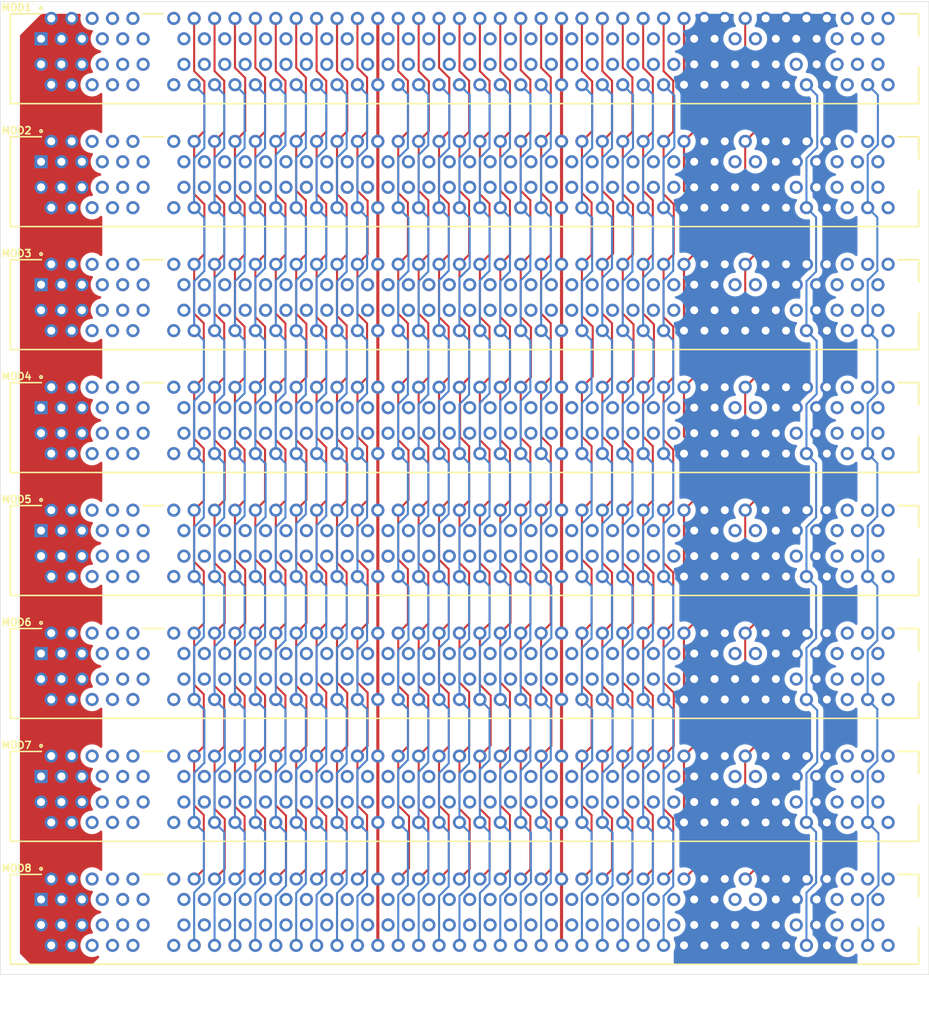
<source format=kicad_pcb>
(kicad_pcb (version 20241229) (generator "pcbnew") (generator_version "9.0")
  (layers (0 "F.Cu" signal) (4 "In1.Cu" signal) (6 "In2.Cu" signal) (2 "B.Cu" signal) (13 "F.Paste" user) (15 "B.Paste" user) (5 "F.SilkS" user "F.Silkscreen") (7 "B.SilkS" user "B.Silkscreen") (1 "F.Mask" user) (3 "B.Mask" user) (25 "Edge.Cuts" user))
  (net 0 "")
  (net 1 "/PCINC")
  (net 2 "/~{ALUCO}")
  (net 3 "/STATE13")
  (net 4 "/STATE1")
  (net 5 "GND")
  (net 6 "/LPCL")
  (net 7 "/~{RARGH}")
  (net 8 "/~{RSPL}")
  (net 9 "/~{RMEM}")
  (net 10 "/ADRINC")
  (net 11 "VCC")
  (net 12 "/~{RPCH}")
  (net 13 "/L0")
  (net 14 "/~{RPCL}")
  (net 15 "/R3")
  (net 16 "/STATE16")
  (net 17 "/PULSE")
  (net 18 "/ALUM")
  (net 19 "/~{WAIT}")
  (net 20 "/LADRH")
  (net 21 "/STATE0")
  (net 22 "/~{RYH}")
  (net 23 "/~{HALT}")
  (net 24 "/DATA7")
  (net 25 "/STATE8")
  (net 26 "/~{LAC}")
  (net 27 "/L2")
  (net 28 "/L4")
  (net 29 "/DATA6")
  (net 30 "/ALUSO")
  (net 31 "/STATE2")
  (net 32 "/~{LARGL}")
  (net 33 "/STATE7")
  (net 34 "/~{RXH}")
  (net 35 "/STATE15")
  (net 36 "/DATA1")
  (net 37 "/~{LARGH}")
  (net 38 "/LSPH")
  (net 39 "/~{RINTC}")
  (net 40 "/~{RZL}")
  (net 41 "/DATA4")
  (net 42 "/LPCH")
  (net 43 "/L1")
  (net 44 "/STATE9")
  (net 45 "/ACSHRIGHT")
  (net 46 "/DATA2")
  (net 47 "/ALUS1")
  (net 48 "/R0")
  (net 49 "/~{RSPH}")
  (net 50 "/~{LINST}")
  (net 51 "/~{LZL}")
  (net 52 "/ACSHLEFT")
  (net 53 "/SPDEC")
  (net 54 "/~{LYH}")
  (net 55 "/INTREQ")
  (net 56 "/SPINC")
  (net 57 "/STATE14")
  (net 58 "/~{CLK}")
  (net 59 "/STATE6")
  (net 60 "/ALUS3")
  (net 61 "/RESET")
  (net 62 "/~{RAC}")
  (net 63 "/~{RYL}")
  (net 64 "/~{ALUCI}")
  (net 65 "/STATE11")
  (net 66 "/STATE5")
  (net 67 "/R1")
  (net 68 "/L3")
  (net 69 "/~{RCONST}")
  (net 70 "/~{LMEM}")
  (net 71 "/R2")
  (net 72 "/DATA5")
  (net 73 "/~{SCCLR}")
  (net 74 "/~{LFR}")
  (net 75 "/FRUpd")
  (net 76 "/STATE4")
  (net 77 "/R4")
  (net 78 "/LADRL")
  (net 79 "/~{LZH}")
  (net 80 "/ALUS0")
  (net 81 "/DATA3")
  (net 82 "/STATE3")
  (net 83 "/~{RARGL}")
  (net 84 "/LSPL")
  (net 85 "/~{RZH}")
  (net 86 "/~{RALU}")
  (net 87 "/STATE12")
  (net 88 "/~{LYL}")
  (net 89 "/DATA0")
  (net 90 "/ALUS2")
  (net 91 "/ADRDEC")
  (net 92 "/~{INTD}")
  (net 93 "/~{LXH}")
  (net 94 "/INTE")
  (net 95 "/~{RFR}")
  (net 96 "/ALUZO")
  (net 97 "/STATE10")
  (footprint "cpu816footprints:BusSlot" (layer "F.Cu") (at 80 45.38)
    (property "Reference" "MOD2")
    (property "Value" "Module")
  )
  (footprint "cpu816footprints:BusSlot" (layer "F.Cu") (at 80 93.54)
    (property "Reference" "MOD6")
    (property "Value" "Module")
  )
  (footprint "cpu816footprints:BusSlot" (layer "F.Cu") (at 80 105.58)
    (property "Reference" "MOD7")
    (property "Value" "Module")
  )
  (footprint "cpu816footprints:BusSlot" (layer "F.Cu") (at 80 81.5)
    (property "Reference" "MOD5")
    (property "Value" "Module")
  )
  (footprint "cpu816footprints:BusSlot" (layer "F.Cu") (at 80 69.46)
    (property "Reference" "MOD4")
    (property "Value" "Module")
  )
  (footprint "cpu816footprints:BusSlot" (layer "F.Cu") (at 80 117.62)
    (property "Reference" "MOD8")
    (property "Value" "Module")
  )
  (footprint "cpu816footprints:BusSlot" (layer "F.Cu") (at 80 57.42)
    (property "Reference" "MOD3")
    (property "Value" "Module")
  )
  (footprint "cpu816footprints:BusSlot" (layer "F.Cu") (at 80 33.34)
    (property "Reference" "MOD1")
    (property "Value" "Module")
  )
  (gr_line (start 167 124.97) (end 76 124.97) (stroke (width 0.05)) (layer "Edge.Cuts"))
  (gr_line (start 76 29.7) (end 167 29.7) (stroke (width 0.05)) (layer "Edge.Cuts"))
  (gr_line (start 167 29.7) (end 167 124.97) (stroke (width 0.05)) (layer "Edge.Cuts"))
  (gr_line (start 76 29.7) (end 76 124.97) (stroke (width 0.05)) (layer "Edge.Cuts"))
  (segment (start 115.945 37.448568) (end 115.945 42.435) (width 0.2) (layer "F.Cu") (net 4))
  (segment (start 115 84.336432) (end 115.945 85.281432) (width 0.2) (layer "F.Cu") (net 4))
  (segment (start 115.945 61.201432) (end 115.945 66.515) (width 0.2) (layer "F.Cu") (net 4))
  (segment (start 115 31.34) (end 115 36.503568) (width 0.2) (layer "F.Cu") (net 4))
  (segment (start 115 91.54) (end 115 96.703568) (width 0.2) (layer "F.Cu") (net 4))
  (segment (start 115 43.38) (end 115 48.433568) (width 0.2) (layer "F.Cu") (net 4))
  (segment (start 115 48.433568) (end 115.945 49.378568) (width 0.2) (layer "F.Cu") (net 4))
  (segment (start 115 96.703568) (end 115.945 97.648568) (width 0.2) (layer "F.Cu") (net 4))
  (segment (start 116.055 109.471432) (end 116.055 114.565) (width 0.2) (layer "F.Cu") (net 4))
  (segment (start 115.945 42.435) (end 115 43.38) (width 0.2) (layer "F.Cu") (net 4))
  (segment (start 115.945 97.648568) (end 115.945 102.635) (width 0.2) (layer "F.Cu") (net 4))
  (segment (start 115 72.623568) (end 116 73.623568) (width 0.2) (layer "F.Cu") (net 4))
  (segment (start 115.945 49.378568) (end 115.945 54.475) (width 0.2) (layer "F.Cu") (net 4))
  (segment (start 115.945 90.595) (end 115 91.54) (width 0.2) (layer "F.Cu") (net 4))
  (segment (start 116.055 114.565) (end 115 115.62) (width 0.2) (layer "F.Cu") (net 4))
  (segment (start 115 103.58) (end 115 108.416432) (width 0.2) (layer "F.Cu") (net 4))
  (segment (start 115 108.416432) (end 116.055 109.471432) (width 0.2) (layer "F.Cu") (net 4))
  (segment (start 116 73.623568) (end 116 78.5) (width 0.2) (layer "F.Cu") (net 4))
  (segment (start 115 60.256432) (end 115.945 61.201432) (width 0.2) (layer "F.Cu") (net 4))
  (segment (start 115.945 102.635) (end 115 103.58) (width 0.2) (layer "F.Cu") (net 4))
  (segment (start 115 79.5) (end 115 84.336432) (width 0.2) (layer "F.Cu") (net 4))
  (segment (start 115.945 85.281432) (end 115.945 90.595) (width 0.2) (layer "F.Cu") (net 4))
  (segment (start 115.945 66.515) (end 115 67.46) (width 0.2) (layer "F.Cu") (net 4))
  (segment (start 115 36.503568) (end 115.945 37.448568) (width 0.2) (layer "F.Cu") (net 4))
  (segment (start 115 67.46) (end 115 72.623568) (width 0.2) (layer "F.Cu") (net 4))
  (segment (start 116 78.5) (end 115 79.5) (width 0.2) (layer "F.Cu") (net 4))
  (segment (start 115 55.42) (end 115 60.256432) (width 0.2) (layer "F.Cu") (net 4))
  (segment (start 115.945 54.475) (end 115 55.42) (width 0.2) (layer "F.Cu") (net 4))
  (segment (start 131 31.34) (end 131 122.12) (width 0.3) (layer "F.Cu") (net 5))
  (segment (start 113 122.12) (end 113 31.34) (width 0.3) (layer "F.Cu") (net 5))
  (segment (start 99 91.54) (end 100 90.54) (width 0.2) (layer "F.Cu") (net 6))
  (segment (start 99.945 54.475) (end 99.945 49.488568) (width 0.2) (layer "F.Cu") (net 6))
  (segment (start 99.945 73.568568) (end 99 72.623568) (width 0.2) (layer "F.Cu") (net 6))
  (segment (start 99.945 61.528568) (end 99 60.583568) (width 0.2) (layer "F.Cu") (net 6))
  (segment (start 99.945 97.648568) (end 99 96.703568) (width 0.2) (layer "F.Cu") (net 6))
  (segment (start 99 43.38) (end 100 42.38) (width 0.2) (layer "F.Cu") (net 6))
  (segment (start 99.945 102.635) (end 99.945 97.648568) (width 0.2) (layer "F.Cu") (net 6))
  (segment (start 99 103.58) (end 99.945 102.635) (width 0.2) (layer "F.Cu") (net 6))
  (segment (start 99.945 109.471432) (end 99 108.526432) (width 0.2) (layer "F.Cu") (net 6))
  (segment (start 99 115.62) (end 99.945 114.675) (width 0.2) (layer "F.Cu") (net 6))
  (segment (start 100 85.336432) (end 99 84.336432) (width 0.2) (layer "F.Cu") (net 6))
  (segment (start 100 90.54) (end 100 85.336432) (width 0.2) (layer "F.Cu") (net 6))
  (segment (start 99 79.5) (end 99.945 78.555) (width 0.2) (layer "F.Cu") (net 6))
  (segment (start 99 67.46) (end 99.945 66.515) (width 0.2) (layer "F.Cu") (net 6))
  (segment (start 100 37.176432) (end 99 36.176432) (width 0.2) (layer "F.Cu") (net 6))
  (segment (start 99.945 66.515) (end 99.945 61.528568) (width 0.2) (layer "F.Cu") (net 6))
  (segment (start 99.945 49.488568) (end 99 48.543568) (width 0.2) (layer "F.Cu") (net 6))
  (segment (start 99 108.526432) (end 99 103.58) (width 0.2) (layer "F.Cu") (net 6))
  (segment (start 99 48.543568) (end 99 43.38) (width 0.2) (layer "F.Cu") (net 6))
  (segment (start 99 72.623568) (end 99 67.46) (width 0.2) (layer "F.Cu") (net 6))
  (segment (start 99 84.336432) (end 99 79.5) (width 0.2) (layer "F.Cu") (net 6))
  (segment (start 99 60.583568) (end 99 55.42) (width 0.2) (layer "F.Cu") (net 6))
  (segment (start 99.945 78.555) (end 99.945 73.568568) (width 0.2) (layer "F.Cu") (net 6))
  (segment (start 99 96.703568) (end 99 91.54) (width 0.2) (layer "F.Cu") (net 6))
  (segment (start 99 55.42) (end 99.945 54.475) (width 0.2) (layer "F.Cu") (net 6))
  (segment (start 99.945 114.675) (end 99.945 109.471432) (width 0.2) (layer "F.Cu") (net 6))
  (segment (start 100 42.38) (end 100 37.176432) (width 0.2) (layer "F.Cu") (net 6))
  (segment (start 99 36.176432) (end 99 31.34) (width 0.2) (layer "F.Cu") (net 6))
  (segment (start 97.945 62.865) (end 97.945 68.178568) (width 0.2) (layer "B.Cu") (net 8))
  (segment (start 97.945 86.945) (end 97.945 91.931432) (width 0.2) (layer "B.Cu") (net 8))
  (segment (start 97.945 111.025) (end 97.945 116.011432) (width 0.2) (layer "B.Cu") (net 8))
  (segment (start 97 49.88) (end 97.945 50.825) (width 0.2) (layer "B.Cu") (net 8))
  (segment (start 97 73.96) (end 97.945 74.905) (width 0.2) (layer "B.Cu") (net 8))
  (segment (start 97 81.163568) (end 97 86) (width 0.2) (layer "B.Cu") (net 8))
  (segment (start 97 105.243568) (end 97 110.08) (width 0.2) (layer "B.Cu") (net 8))
  (segment (start 98 99.04) (end 98 104.243568) (width 0.2) (layer "B.Cu") (net 8))
  (segment (start 97.945 74.905) (end 97.945 80.218568) (width 0.2) (layer "B.Cu") (net 8))
  (segment (start 97.945 38.785) (end 97.945 44.055) (width 0.2) (layer "B.Cu") (net 8))
  (segment (start 97 110.08) (end 97.945 111.025) (width 0.2) (layer "B.Cu") (net 8))
  (segment (start 97 37.84) (end 97.945 38.785) (width 0.2) (layer "B.Cu") (net 8))
  (segment (start 97.945 44.055) (end 97 45) (width 0.2) (layer "B.Cu") (net 8))
  (segment (start 97.945 80.218568) (end 97 81.163568) (width 0.2) (layer "B.Cu") (net 8))
  (segment (start 97 116.956432) (end 97 122.12) (width 0.2) (layer "B.Cu") (net 8))
  (segment (start 97 45) (end 97 49.88) (width 0.2) (layer "B.Cu") (net 8))
  (segment (start 97.945 50.825) (end 97.945 55.811432) (width 0.2) (layer "B.Cu") (net 8))
  (segment (start 97 98.04) (end 98 99.04) (width 0.2) (layer "B.Cu") (net 8))
  (segment (start 97 92.876432) (end 97 98.04) (width 0.2) (layer "B.Cu") (net 8))
  (segment (start 97 61.92) (end 97.945 62.865) (width 0.2) (layer "B.Cu") (net 8))
  (segment (start 97.945 116.011432) (end 97 116.956432) (width 0.2) (layer "B.Cu") (net 8))
  (segment (start 97.945 55.811432) (end 97 56.756432) (width 0.2) (layer "B.Cu") (net 8))
  (segment (start 97 69.123568) (end 97 73.96) (width 0.2) (layer "B.Cu") (net 8))
  (segment (start 98 104.243568) (end 97 105.243568) (width 0.2) (layer "B.Cu") (net 8))
  (segment (start 97.945 91.931432) (end 97 92.876432) (width 0.2) (layer "B.Cu") (net 8))
  (segment (start 97 56.756432) (end 97 61.92) (width 0.2) (layer "B.Cu") (net 8))
  (segment (start 97.945 68.178568) (end 97 69.123568) (width 0.2) (layer "B.Cu") (net 8))
  (segment (start 97 86) (end 97.945 86.945) (width 0.2) (layer "B.Cu") (net 8))
  (segment (start 95 73.96) (end 95.945 74.905) (width 0.2) (layer "B.Cu") (net 9))
  (segment (start 95 98.04) (end 96 99.04) (width 0.2) (layer "B.Cu") (net 9))
  (segment (start 95 68.796432) (end 95 73.96) (width 0.2) (layer "B.Cu") (net 9))
  (segment (start 95 86) (end 95.945 86.945) (width 0.2) (layer "B.Cu") (net 9))
  (segment (start 95 81.163568) (end 95 86) (width 0.2) (layer "B.Cu") (net 9))
  (segment (start 95.945 111.025) (end 95.945 116.011432) (width 0.2) (layer "B.Cu") (net 9))
  (segment (start 95 110.08) (end 95.945 111.025) (width 0.2) (layer "B.Cu") (net 9))
  (segment (start 95.945 62.865) (end 95.945 67.851432) (width 0.2) (layer "B.Cu") (net 9))
  (segment (start 95.945 86.945) (end 95.945 91.931432) (width 0.2) (layer "B.Cu") (net 9))
  (segment (start 95 57.083568) (end 95 61.92) (width 0.2) (layer "B.Cu") (net 9))
  (segment (start 95 105.243568) (end 95 110.08) (width 0.2) (layer "B.Cu") (net 9))
  (segment (start 96 44.043568) (end 95 45.043568) (width 0.2) (layer "B.Cu") (net 9))
  (segment (start 96 99.04) (end 96 104.243568) (width 0.2) (layer "B.Cu") (net 9))
  (segment (start 95 92.876432) (end 95 98.04) (width 0.2) (layer "B.Cu") (net 9))
  (segment (start 96 56.083568) (end 95 57.083568) (width 0.2) (layer "B.Cu") (net 9))
  (segment (start 95 116.956432) (end 95 122.12) (width 0.2) (layer "B.Cu") (net 9))
  (segment (start 95 61.92) (end 95.945 62.865) (width 0.2) (layer "B.Cu") (net 9))
  (segment (start 95.945 91.931432) (end 95 92.876432) (width 0.2) (layer "B.Cu") (net 9))
  (segment (start 95.945 80.218568) (end 95 81.163568) (width 0.2) (layer "B.Cu") (net 9))
  (segment (start 95 49.88) (end 96 50.88) (width 0.2) (layer "B.Cu") (net 9))
  (segment (start 96 104.243568) (end 95 105.243568) (width 0.2) (layer "B.Cu") (net 9))
  (segment (start 95.945 116.011432) (end 95 116.956432) (width 0.2) (layer "B.Cu") (net 9))
  (segment (start 95.945 74.905) (end 95.945 80.218568) (width 0.2) (layer "B.Cu") (net 9))
  (segment (start 95 45.043568) (end 95 49.88) (width 0.2) (layer "B.Cu") (net 9))
  (segment (start 96 38.84) (end 96 44.043568) (width 0.2) (layer "B.Cu") (net 9))
  (segment (start 95 37.84) (end 96 38.84) (width 0.2) (layer "B.Cu") (net 9))
  (segment (start 96 50.88) (end 96 56.083568) (width 0.2) (layer "B.Cu") (net 9))
  (segment (start 95.945 67.851432) (end 95 68.796432) (width 0.2) (layer "B.Cu") (net 9))
  (segment (start 99.945 86.945) (end 99.945 91.931432) (width 0.2) (layer "B.Cu") (net 14))
  (segment (start 99 37.84) (end 99.945 38.785) (width 0.2) (layer "B.Cu") (net 14))
  (segment (start 99 73.96) (end 99.945 74.905) (width 0.2) (layer "B.Cu") (net 14))
  (segment (start 99 81) (end 99 86) (width 0.2) (layer "B.Cu") (net 14))
  (segment (start 99 69) (end 99 73.96) (width 0.2) (layer "B.Cu") (net 14))
  (segment (start 99.945 111.025) (end 99.945 116.055) (width 0.2) (layer "B.Cu") (net 14))
  (segment (start 99.945 50.825) (end 99.945 56.138568) (width 0.2) (layer "B.Cu") (net 14))
  (segment (start 99 61.92) (end 99.945 62.865) (width 0.2) (layer "B.Cu") (net 14))
  (segment (start 99 45) (end 99 49.88) (width 0.2) (layer "B.Cu") (net 14))
  (segment (start 99 49.88) (end 99.945 50.825) (width 0.2) (layer "B.Cu") (net 14))
  (segment (start 99 117) (end 99 122.12) (width 0.2) (layer "B.Cu") (net 14))
  (segment (start 99.945 74.905) (end 99.945 80.055) (width 0.2) (layer "B.Cu") (net 14))
  (segment (start 99.945 98.985) (end 99.945 104.298568) (width 0.2) (layer "B.Cu") (net 14))
  (segment (start 99 110.08) (end 99.945 111.025) (width 0.2) (layer "B.Cu") (net 14))
  (segment (start 99.945 116.055) (end 99 117) (width 0.2) (layer "B.Cu") (net 14))
  (segment (start 99 105.243568) (end 99 110.08) (width 0.2) (layer "B.Cu") (net 14))
  (segment (start 99 98.04) (end 99.945 98.985) (width 0.2) (layer "B.Cu") (net 14))
  (segment (start 99.945 62.865) (end 99.945 68.055) (width 0.2) (layer "B.Cu") (net 14))
  (segment (start 99.945 104.298568) (end 99 105.243568) (width 0.2) (layer "B.Cu") (net 14))
  (segment (start 99.945 91.931432) (end 99 92.876432) (width 0.2) (layer "B.Cu") (net 14))
  (segment (start 99.945 80.055) (end 99 81) (width 0.2) (layer "B.Cu") (net 14))
  (segment (start 99 86) (end 99.945 86.945) (width 0.2) (layer "B.Cu") (net 14))
  (segment (start 99.945 38.785) (end 99.945 44.055) (width 0.2) (layer "B.Cu") (net 14))
  (segment (start 99 57.083568) (end 99 61.92) (width 0.2) (layer "B.Cu") (net 14))
  (segment (start 99.945 56.138568) (end 99 57.083568) (width 0.2) (layer "B.Cu") (net 14))
  (segment (start 99 92.876432) (end 99 98.04) (width 0.2) (layer "B.Cu") (net 14))
  (segment (start 99.945 44.055) (end 99 45) (width 0.2) (layer "B.Cu") (net 14))
  (segment (start 99.945 68.055) (end 99 69) (width 0.2) (layer "B.Cu") (net 14))
  (segment (start 125 104.916432) (end 125 110.08) (width 0.2) (layer "B.Cu") (net 15))
  (segment (start 125.945 98.985) (end 125.945 103.971432) (width 0.2) (layer "B.Cu") (net 15))
  (segment (start 125 92.876432) (end 125 98.04) (width 0.2) (layer "B.Cu") (net 15))
  (segment (start 125 45) (end 125 49.88) (width 0.2) (layer "B.Cu") (net 15))
  (segment (start 125.945 91.931432) (end 125 92.876432) (width 0.2) (layer "B.Cu") (net 15))
  (segment (start 125.945 116.338568) (end 125 117.283568) (width 0.2) (layer "B.Cu") (net 15))
  (segment (start 125.945 50.825) (end 125.945 56.138568) (width 0.2) (layer "B.Cu") (net 15))
  (segment (start 125 80.836432) (end 125 86) (width 0.2) (layer "B.Cu") (net 15))
  (segment (start 125 49.88) (end 125.945 50.825) (width 0.2) (layer "B.Cu") (net 15))
  (segment (start 125 73.96) (end 125.945 74.905) (width 0.2) (layer "B.Cu") (net 15))
  (segment (start 125 98.04) (end 125.945 98.985) (width 0.2) (layer "B.Cu") (net 15))
  (segment (start 125.945 86.945) (end 125.945 91.931432) (width 0.2) (layer "B.Cu") (net 15))
  (segment (start 125 61.92) (end 125.945 62.865) (width 0.2) (layer "B.Cu") (net 15))
  (segment (start 125.945 44.055) (end 125 45) (width 0.2) (layer "B.Cu") (net 15))
  (segment (start 125.945 103.971432) (end 125 104.916432) (width 0.2) (layer "B.Cu") (net 15))
  (segment (start 125.945 67.851432) (end 125 68.796432) (width 0.2) (layer "B.Cu") (net 15))
  (segment (start 125 86) (end 125.945 86.945) (width 0.2) (layer "B.Cu") (net 15))
  (segment (start 125.945 111.025) (end 125.945 116.338568) (width 0.2) (layer "B.Cu") (net 15))
  (segment (start 125 37.84) (end 125.945 38.785) (width 0.2) (layer "B.Cu") (net 15))
  (segment (start 125 117.283568) (end 125 122.12) (width 0.2) (layer "B.Cu") (net 15))
  (segment (start 125 57.083568) (end 125 61.92) (width 0.2) (layer "B.Cu") (net 15))
  (segment (start 125.945 56.138568) (end 125 57.083568) (width 0.2) (layer "B.Cu") (net 15))
  (segment (start 125 110.08) (end 125.945 111.025) (width 0.2) (layer "B.Cu") (net 15))
  (segment (start 125.945 79.891432) (end 125 80.836432) (width 0.2) (layer "B.Cu") (net 15))
  (segment (start 125 68.796432) (end 125 73.96) (width 0.2) (layer "B.Cu") (net 15))
  (segment (start 125.945 74.905) (end 125.945 79.891432) (width 0.2) (layer "B.Cu") (net 15))
  (segment (start 125.945 38.785) (end 125.945 44.055) (width 0.2) (layer "B.Cu") (net 15))
  (segment (start 125.945 62.865) (end 125.945 67.851432) (width 0.2) (layer "B.Cu") (net 15))
  (segment (start 156.055 38.895) (end 156.055 43.988568) (width 0.2) (layer "B.Cu") (net 17))
  (segment (start 155.945 116.011432) (end 155 116.956432) (width 0.2) (layer "B.Cu") (net 17))
  (segment (start 155 86) (end 155.945 86.945) (width 0.2) (layer "B.Cu") (net 17))
  (segment (start 156.055 104.188568) (end 155 105.243568) (width 0.2) (layer "B.Cu") (net 17))
  (segment (start 155.945 74.905) (end 155.945 80.218568) (width 0.2) (layer "B.Cu") (net 17))
  (segment (start 155.945 86.945) (end 155.945 92.055) (width 0.2) (layer "B.Cu") (net 17))
  (segment (start 155 61.92) (end 156 62.92) (width 0.2) (layer "B.Cu") (net 17))
  (segment (start 156.055 99.095) (end 156.055 104.188568) (width 0.2) (layer "B.Cu") (net 17))
  (segment (start 155 98.04) (end 156.055 99.095) (width 0.2) (layer "B.Cu") (net 17))
  (segment (start 155 37.84) (end 156.055 38.895) (width 0.2) (layer "B.Cu") (net 17))
  (segment (start 155.945 80.218568) (end 155 81.163568) (width 0.2) (layer "B.Cu") (net 17))
  (segment (start 155 45.043568) (end 155 49.88) (width 0.2) (layer "B.Cu") (net 17))
  (segment (start 155.945 50.825) (end 155.945 56.138568) (width 0.2) (layer "B.Cu") (net 17))
  (segment (start 155 49.88) (end 155.945 50.825) (width 0.2) (layer "B.Cu") (net 17))
  (segment (start 155 73.96) (end 155.945 74.905) (width 0.2) (layer "B.Cu") (net 17))
  (segment (start 155.945 92.055) (end 155 93) (width 0.2) (layer "B.Cu") (net 17))
  (segment (start 155 57.083568) (end 155 61.92) (width 0.2) (layer "B.Cu") (net 17))
  (segment (start 156 68.123568) (end 155 69.123568) (width 0.2) (layer "B.Cu") (net 17))
  (segment (start 155 93) (end 155 98.04) (width 0.2) (layer "B.Cu") (net 17))
  (segment (start 155 81.163568) (end 155 86) (width 0.2) (layer "B.Cu") (net 17))
  (segment (start 155 116.956432) (end 155 122.12) (width 0.2) (layer "B.Cu") (net 17))
  (segment (start 156 62.92) (end 156 68.123568) (width 0.2) (layer "B.Cu") (net 17))
  (segment (start 155.945 56.138568) (end 155 57.083568) (width 0.2) (layer "B.Cu") (net 17))
  (segment (start 156.055 43.988568) (end 155 45.043568) (width 0.2) (layer "B.Cu") (net 17))
  (segment (start 155 105.243568) (end 155 110.08) (width 0.2) (layer "B.Cu") (net 17))
  (segment (start 155.945 111.025) (end 155.945 116.011432) (width 0.2) (layer "B.Cu") (net 17))
  (segment (start 155 110.08) (end 155.945 111.025) (width 0.2) (layer "B.Cu") (net 17))
  (segment (start 155 69.123568) (end 155 73.96) (width 0.2) (layer "B.Cu") (net 17))
  (segment (start 149.945 90.595) (end 149 91.54) (width 0.2) (layer "F.Cu") (net 19))
  (segment (start 150 54.42) (end 149 55.42) (width 0.2) (layer "F.Cu") (net 19))
  (segment (start 149 91.54) (end 149 96.703568) (width 0.2) (layer "F.Cu") (net 19))
  (segment (start 149 48.543568) (end 150 49.543568) (width 0.2) (layer "F.Cu") (net 19))
  (segment (start 149 72.623568) (end 150 73.623568) (width 0.2) (layer "F.Cu") (net 19))
  (segment (start 149 55.42) (end 149 60.583568) (width 0.2) (layer "F.Cu") (net 19))
  (segment (start 149 36.393568) (end 149.945 37.338568) (width 0.2) (layer "F.Cu") (net 19))
  (segment (start 149 108.416432) (end 149.945 109.361432) (width 0.2) (layer "F.Cu") (net 19))
  (segment (start 149 96.703568) (end 149.945 97.648568) (width 0.2) (layer "F.Cu") (net 19))
  (segment (start 149 67.46) (end 149 72.623568) (width 0.2) (layer "F.Cu") (net 19))
  (segment (start 149.945 97.648568) (end 149.945 102.635) (width 0.2) (layer "F.Cu") (net 19))
  (segment (start 149.945 61.528568) (end 149.945 66.515) (width 0.2) (layer "F.Cu") (net 19))
  (segment (start 149.945 114.675) (end 149 115.62) (width 0.2) (layer "F.Cu") (net 19))
  (segment (start 149.945 66.515) (end 149 67.46) (width 0.2) (layer "F.Cu") (net 19))
  (segment (start 149 31.34) (end 149 36.393568) (width 0.2) (layer "F.Cu") (net 19))
  (segment (start 150 73.623568) (end 150 78.5) (width 0.2) (layer "F.Cu") (net 19))
  (segment (start 149 79.5) (end 149 84.663568) (width 0.2) (layer "F.Cu") (net 19))
  (segment (start 149 84.663568) (end 149.945 85.608568) (width 0.2) (layer "F.Cu") (net 19))
  (segment (start 149.945 42.435) (end 149 43.38) (width 0.2) (layer "F.Cu") (net 19))
  (segment (start 149 43.38) (end 149 48.543568) (width 0.2) (layer "F.Cu") (net 19))
  (segment (start 149.945 109.361432) (end 149.945 114.675) (width 0.2) (layer "F.Cu") (net 19))
  (segment (start 149.945 102.635) (end 149 103.58) (width 0.2) (layer "F.Cu") (net 19))
  (segment (start 150 49.543568) (end 150 54.42) (width 0.2) (layer "F.Cu") (net 19))
  (segment (start 149.945 37.338568) (end 149.945 42.435) (width 0.2) (layer "F.Cu") (net 19))
  (segment (start 149.945 85.608568) (end 149.945 90.595) (width 0.2) (layer "F.Cu") (net 19))
  (segment (start 150 78.5) (end 149 79.5) (width 0.2) (layer "F.Cu") (net 19))
  (segment (start 149 60.583568) (end 149.945 61.528568) (width 0.2) (layer "F.Cu") (net 19))
  (segment (start 149 103.58) (end 149 108.416432) (width 0.2) (layer "F.Cu") (net 19))
  (segment (start 111 31.34) (end 111 36.176432) (width 0.2) (layer "F.Cu") (net 20))
  (segment (start 111.945 42.435) (end 111 43.38) (width 0.2) (layer "F.Cu") (net 20))
  (segment (start 111.945 114.675) (end 111 115.62) (width 0.2) (layer "F.Cu") (net 20))
  (segment (start 111.945 109.361432) (end 111.945 114.675) (width 0.2) (layer "F.Cu") (net 20))
  (segment (start 111 43.38) (end 111 48.216432) (width 0.2) (layer "F.Cu") (net 20))
  (segment (start 112 90.54) (end 111 91.54) (width 0.2) (layer "F.Cu") (net 20))
  (segment (start 111 103.58) (end 111 108.416432) (width 0.2) (layer "F.Cu") (net 20))
  (segment (start 111.945 73.241432) (end 111.945 78.555) (width 0.2) (layer "F.Cu") (net 20))
  (segment (start 111 79.5) (end 111 84.336432) (width 0.2) (layer "F.Cu") (net 20))
  (segment (start 111.945 61.201432) (end 111.945 66.515) (width 0.2) (layer "F.Cu") (net 20))
  (segment (start 112 54.42) (end 111 55.42) (width 0.2) (layer "F.Cu") (net 20))
  (segment (start 111 36.176432) (end 111.945 37.121432) (width 0.2) (layer "F.Cu") (net 20))
  (segment (start 111 55.42) (end 111 60.256432) (width 0.2) (layer "F.Cu") (net 20))
  (segment (start 111.945 37.121432) (end 111.945 42.435) (width 0.2) (layer "F.Cu") (net 20))
  (segment (start 111.945 66.515) (end 111 67.46) (width 0.2) (layer "F.Cu") (net 20))
  (segment (start 111.945 78.555) (end 111 79.5) (width 0.2) (layer "F.Cu") (net 20))
  (segment (start 111 91.54) (end 111 96.376432) (width 0.2) (layer "F.Cu") (net 20))
  (segment (start 112 85.336432) (end 112 90.54) (width 0.2) (layer "F.Cu") (net 20))
  (segment (start 111 96.376432) (end 112 97.376432) (width 0.2) (layer "F.Cu") (net 20))
  (segment (start 112 97.376432) (end 112 102.58) (width 0.2) (layer "F.Cu") (net 20))
  (segment (start 111 48.216432) (end 112 49.216432) (width 0.2) (layer "F.Cu") (net 20))
  (segment (start 111 84.336432) (end 112 85.336432) (width 0.2) (layer "F.Cu") (net 20))
  (segment (start 111 67.46) (end 111 72.296432) (width 0.2) (layer "F.Cu") (net 20))
  (segment (start 111 72.296432) (end 111.945 73.241432) (width 0.2) (layer "F.Cu") (net 20))
  (segment (start 111 60.256432) (end 111.945 61.201432) (width 0.2) (layer "F.Cu") (net 20))
  (segment (start 112 102.58) (end 111 103.58) (width 0.2) (layer "F.Cu") (net 20))
  (segment (start 111 108.416432) (end 111.945 109.361432) (width 0.2) (layer "F.Cu") (net 20))
  (segment (start 112 49.216432) (end 112 54.42) (width 0.2) (layer "F.Cu") (net 20))
  (segment (start 127.945 38.785) (end 127.945 44.055) (width 0.2) (layer "B.Cu") (net 23))
  (segment (start 127 68.796432) (end 127.945 67.851432) (width 0.2) (layer "B.Cu") (net 23))
  (segment (start 127.945 98.985) (end 127.945 104.055) (width 0.2) (layer "B.Cu") (net 23))
  (segment (start 128 115.956432) (end 128 111.08) (width 0.2) (layer "B.Cu") (net 23))
  (segment (start 128 111.08) (end 127 110.08) (width 0.2) (layer "B.Cu") (net 23))
  (segment (start 127 57) (end 127 61.92) (width 0.2) (layer "B.Cu") (net 23))
  (segment (start 127.945 86.945) (end 127.945 92.258568) (width 0.2) (layer "B.Cu") (net 23))
  (segment (start 127 73.96) (end 127.945 74.905) (width 0.2) (layer "B.Cu") (net 23))
  (segment (start 127.945 62.865) (end 127 61.92) (width 0.2) (layer "B.Cu") (net 23))
  (segment (start 127.945 74.905) (end 127.945 80.055) (width 0.2) (layer "B.Cu") (net 23))
  (segment (start 127 86) (end 127.945 86.945) (width 0.2) (layer "B.Cu") (net 23))
  (segment (start 127.945 92.258568) (end 127 93.203568) (width 0.2) (layer "B.Cu") (net 23))
  (segment (start 127 93.203568) (end 127 98.04) (width 0.2) (layer "B.Cu") (net 23))
  (segment (start 127 73.96) (end 127 68.796432) (width 0.2) (layer "B.Cu") (net 23))
  (segment (start 127 49.88) (end 127.945 50.825) (width 0.2) (layer "B.Cu") (net 23))
  (segment (start 127.945 50.825) (end 127.945 56.055) (width 0.2) (layer "B.Cu") (net 23))
  (segment (start 127.945 104.055) (end 127 105) (width 0.2) (layer "B.Cu") (net 23))
  (segment (start 127 98.04) (end 127.945 98.985) (width 0.2) (layer "B.Cu") (net 23))
  (segment (start 127.945 44.055) (end 127 45) (width 0.2) (layer "B.Cu") (net 23))
  (segment (start 127.945 67.851432) (end 127.945 62.865) (width 0.2) (layer "B.Cu") (net 23))
  (segment (start 127.945 56.055) (end 127 57) (width 0.2) (layer "B.Cu") (net 23))
  (segment (start 127 37.84) (end 127.945 38.785) (width 0.2) (layer "B.Cu") (net 23))
  (segment (start 127 122.12) (end 127 116.956432) (width 0.2) (layer "B.Cu") (net 23))
  (segment (start 127.945 80.055) (end 127 81) (width 0.2) (layer "B.Cu") (net 23))
  (segment (start 127 105) (end 127 110.08) (width 0.2) (layer "B.Cu") (net 23))
  (segment (start 127 81) (end 127 86) (width 0.2) (layer "B.Cu") (net 23))
  (segment (start 127 45) (end 127 49.88) (width 0.2) (layer "B.Cu") (net 23))
  (segment (start 127 116.956432) (end 128 115.956432) (width 0.2) (layer "B.Cu") (net 23))
  (segment (start 140.055 61.311432) (end 139 60.256432) (width 0.2) (layer "F.Cu") (net 24))
  (segment (start 139 91.54) (end 139 96.703568) (width 0.2) (layer "F.Cu") (net 24))
  (segment (start 139 67.46) (end 139 72.296432) (width 0.2) (layer "F.Cu") (net 24))
  (segment (start 139.945 97.648568) (end 139.945 102.635) (width 0.2) (layer "F.Cu") (net 24))
  (segment (start 139.945 37.121432) (end 139.945 42.435) (width 0.2) (layer "F.Cu") (net 24))
  (segment (start 139 84.663568) (end 140 85.663568) (width 0.2) (layer "F.Cu") (net 24))
  (segment (start 139 72.296432) (end 139.945 73.241432) (width 0.2) (layer "F.Cu") (net 24))
  (segment (start 139.945 73.241432) (end 139.945 78.555) (width 0.2) (layer "F.Cu") (net 24))
  (segment (start 139 67.46) (end 140.055 66.405) (width 0.2) (layer "F.Cu") (net 24))
  (segment (start 139 79.5) (end 139 84.663568) (width 0.2) (layer "F.Cu") (net 24))
  (segment (start 139 48.216432) (end 139.945 49.161432) (width 0.2) (layer "F.Cu") (net 24))
  (segment (start 139.945 42.435) (end 139 43.38) (width 0.2) (layer "F.Cu") (net 24))
  (segment (start 139 43.38) (end 139 48.216432) (width 0.2) (layer "F.Cu") (net 24))
  (segment (start 139.945 102.635) (end 139 103.58) (width 0.2) (layer "F.Cu") (net 24))
  (segment (start 139 60.256432) (end 139 55.42) (width 0.2) (layer "F.Cu") (net 24))
  (segment (start 139 36.176432) (end 139.945 37.121432) (width 0.2) (layer "F.Cu") (net 24))
  (segment (start 139.945 49.161432) (end 139.945 54.475) (width 0.2) (layer "F.Cu") (net 24))
  (segment (start 139.945 78.555) (end 139 79.5) (width 0.2) (layer "F.Cu") (net 24))
  (segment (start 140 90.54) (end 139 91.54) (width 0.2) (layer "F.Cu") (net 24))
  (segment (start 139 108.416432) (end 139 103.58) (width 0.2) (layer "F.Cu") (net 24))
  (segment (start 139.945 114.675) (end 139.945 109.361432) (width 0.2) (layer "F.Cu") (net 24))
  (segment (start 139.945 54.475) (end 139 55.42) (width 0.2) (layer "F.Cu") (net 24))
  (segment (start 139 31.34) (end 139 36.176432) (width 0.2) (layer "F.Cu") (net 24))
  (segment (start 140 85.663568) (end 140 90.54) (width 0.2) (layer "F.Cu") (net 24))
  (segment (start 140.055 66.405) (end 140.055 61.311432) (width 0.2) (layer "F.Cu") (net 24))
  (segment (start 139.945 109.361432) (end 139 108.416432) (width 0.2) (layer "F.Cu") (net 24))
  (segment (start 139 96.703568) (end 139.945 97.648568) (width 0.2) (layer "F.Cu") (net 24))
  (segment (start 139 115.62) (end 139.945 114.675) (width 0.2) (layer "F.Cu") (net 24))
  (segment (start 123 67.46) (end 123.945 66.515) (width 0.2) (layer "F.Cu") (net 25))
  (segment (start 123.945 73.568568) (end 123 72.623568) (width 0.2) (layer "F.Cu") (net 25))
  (segment (start 123.945 78.555) (end 123.945 73.568568) (width 0.2) (layer "F.Cu") (net 25))
  (segment (start 123 43.38) (end 123.945 42.435) (width 0.2) (layer "F.Cu") (net 25))
  (segment (start 123.945 114.675) (end 123.945 109.688568) (width 0.2) (layer "F.Cu") (net 25))
  (segment (start 123.945 109.688568) (end 123 108.743568) (width 0.2) (layer "F.Cu") (net 25))
  (segment (start 123.945 49.488568) (end 123 48.543568) (width 0.2) (layer "F.Cu") (net 25))
  (segment (start 123.945 54.475) (end 123.945 49.488568) (width 0.2) (layer "F.Cu") (net 25))
  (segment (start 123 60.583568) (end 123 55.42) (width 0.2) (layer "F.Cu") (net 25))
  (segment (start 123 103.58) (end 124.055 102.525) (width 0.2) (layer "F.Cu") (net 25))
  (segment (start 123 72.623568) (end 123 67.46) (width 0.2) (layer "F.Cu") (net 25))
  (segment (start 123.945 37.448568) (end 123 36.503568) (width 0.2) (layer "F.Cu") (net 25))
  (segment (start 123.945 61.528568) (end 123 60.583568) (width 0.2) (layer "F.Cu") (net 25))
  (segment (start 123.945 42.435) (end 123.945 37.448568) (width 0.2) (layer "F.Cu") (net 25))
  (segment (start 123.945 90.595) (end 123.945 85.608568) (width 0.2) (layer "F.Cu") (net 25))
  (segment (start 124.055 97.648568) (end 123 96.593568) (width 0.2) (layer "F.Cu") (net 25))
  (segment (start 123 115.62) (end 123.945 114.675) (width 0.2) (layer "F.Cu") (net 25))
  (segment (start 123 36.503568) (end 123 31.34) (width 0.2) (layer "F.Cu") (net 25))
  (segment (start 123.945 85.608568) (end 123 84.663568) (width 0.2) (layer "F.Cu") (net 25))
  (segment (start 123 48.543568) (end 123 43.38) (width 0.2) (layer "F.Cu") (net 25))
  (segment (start 123 108.743568) (end 123 103.58) (width 0.2) (layer "F.Cu") (net 25))
  (segment (start 123 84.663568) (end 123 79.5) (width 0.2) (layer "F.Cu") (net 25))
  (segment (start 123.945 66.515) (end 123.945 61.528568) (width 0.2) (layer "F.Cu") (net 25))
  (segment (start 123 96.593568) (end 123 91.54) (width 0.2) (layer "F.Cu") (net 25))
  (segment (start 123 55.42) (end 123.945 54.475) (width 0.2) (layer "F.Cu") (net 25))
  (segment (start 123 91.54) (end 123.945 90.595) (width 0.2) (layer "F.Cu") (net 25))
  (segment (start 124.055 102.525) (end 124.055 97.648568) (width 0.2) (layer "F.Cu") (net 25))
  (segment (start 123 79.5) (end 123.945 78.555) (width 0.2) (layer "F.Cu") (net 25))
  (segment (start 144 78.5) (end 143 79.5) (width 0.2) (layer "F.Cu") (net 30))
  (segment (start 143 108.743568) (end 143 103.58) (width 0.2) (layer "F.Cu") (net 30))
  (segment (start 143.945 85.608568) (end 143.945 90.595) (width 0.2) (layer "F.Cu") (net 30))
  (segment (start 143 60.583568) (end 143 55.42) (width 0.2) (layer "F.Cu") (net 30))
  (segment (start 144 54.42) (end 144 49.216432) (width 0.2) (layer "F.Cu") (net 30))
  (segment (start 143.945 66.515) (end 143.945 61.528568) (width 0.2) (layer "F.Cu") (net 30))
  (segment (start 143 36.503568) (end 143.945 37.448568) (width 0.2) (layer "F.Cu") (net 30))
  (segment (start 143 55.42) (end 144 54.42) (width 0.2) (layer "F.Cu") (net 30))
  (segment (start 143.945 37.448568) (end 143.945 42.435) (width 0.2) (layer "F.Cu") (net 30))
  (segment (start 143 91.54) (end 143 96.703568) (width 0.2) (layer "F.Cu") (net 30))
  (segment (start 143 67.46) (end 143 72.296432) (width 0.2) (layer "F.Cu") (net 30))
  (segment (start 143.945 102.635) (end 143 103.58) (width 0.2) (layer "F.Cu") (net 30))
  (segment (start 144 49.216432) (end 143 48.216432) (width 0.2) (layer "F.Cu") (net 30))
  (segment (start 143.945 90.595) (end 143 91.54) (width 0.2) (layer "F.Cu") (net 30))
  (segment (start 143 96.703568) (end 143.945 97.648568) (width 0.2) (layer "F.Cu") (net 30))
  (segment (start 143.945 61.528568) (end 143 60.583568) (width 0.2) (layer "F.Cu") (net 30))
  (segment (start 144 73.296432) (end 144 78.5) (width 0.2) (layer "F.Cu") (net 30))
  (segment (start 143 48.216432) (end 143 43.38) (width 0.2) (layer "F.Cu") (net 30))
  (segment (start 143.945 42.435) (end 143 43.38) (width 0.2) (layer "F.Cu") (net 30))
  (segment (start 143 72.296432) (end 144 73.296432) (width 0.2) (layer "F.Cu") (net 30))
  (segment (start 143.945 109.688568) (end 143 108.743568) (width 0.2) (layer "F.Cu") (net 30))
  (segment (start 143 115.62) (end 143.945 114.675) (width 0.2) (layer "F.Cu") (net 30))
  (segment (start 143 31.34) (end 143 36.503568) (width 0.2) (layer "F.Cu") (net 30))
  (segment (start 143.945 97.648568) (end 143.945 102.635) (width 0.2) (layer "F.Cu") (net 30))
  (segment (start 143 84.663568) (end 143.945 85.608568) (width 0.2) (layer "F.Cu") (net 30))
  (segment (start 143 67.46) (end 143.945 66.515) (width 0.2) (layer "F.Cu") (net 30))
  (segment (start 143.945 114.675) (end 143.945 109.688568) (width 0.2) (layer "F.Cu") (net 30))
  (segment (start 143 79.5) (end 143 84.663568) (width 0.2) (layer "F.Cu") (net 30))
  (segment (start 101 72.623568) (end 101.945 73.568568) (width 0.2) (layer "F.Cu") (net 32))
  (segment (start 101.945 42.435) (end 101 43.38) (width 0.2) (layer "F.Cu") (net 32))
  (segment (start 101 79.5) (end 101 84.336432) (width 0.2) (layer "F.Cu") (net 32))
  (segment (start 101.945 54.475) (end 101 55.42) (width 0.2) (layer "F.Cu") (net 32))
  (segment (start 101 31.34) (end 101 36.176432) (width 0.2) (layer "F.Cu") (net 32))
  (segment (start 101.945 73.568568) (end 101.945 78.555) (width 0.2) (layer "F.Cu") (net 32))
  (segment (start 101.945 109.688568) (end 101.945 114.675) (width 0.2) (layer "F.Cu") (net 32))
  (segment (start 101 108.743568) (end 101.945 109.688568) (width 0.2) (layer "F.Cu") (net 32))
  (segment (start 101.945 49.488568) (end 101.945 54.475) (width 0.2) (layer "F.Cu") (net 32))
  (segment (start 101 60.583568) (end 101.945 61.528568) (width 0.2) (layer "F.Cu") (net 32))
  (segment (start 101 91.54) (end 101 96.703568) (width 0.2) (layer "F.Cu") (net 32))
  (segment (start 101 48.543568) (end 101.945 49.488568) (width 0.2) (layer "F.Cu") (net 32))
  (segment (start 101.945 61.528568) (end 101.945 66.515) (width 0.2) (layer "F.Cu") (net 32))
  (segment (start 101.945 102.635) (end 101 103.58) (width 0.2) (layer "F.Cu") (net 32))
  (segment (start 101.945 66.515) (end 101 67.46) (width 0.2) (layer "F.Cu") (net 32))
  (segment (start 101 96.703568) (end 101.945 97.648568) (width 0.2) (layer "F.Cu") (net 32))
  (segment (start 101 43.38) (end 101 48.543568) (width 0.2) (layer "F.Cu") (net 32))
  (segment (start 101.945 97.648568) (end 101.945 102.635) (width 0.2) (layer "F.Cu") (net 32))
  (segment (start 101 84.336432) (end 101.945 85.281432) (width 0.2) (layer "F.Cu") (net 32))
  (segment (start 101.945 114.675) (end 101 115.62) (width 0.2) (layer "F.Cu") (net 32))
  (segment (start 101 36.176432) (end 101.945 37.121432) (width 0.2) (layer "F.Cu") (net 32))
  (segment (start 101.945 85.281432) (end 101.945 90.595) (width 0.2) (layer "F.Cu") (net 32))
  (segment (start 101.945 37.121432) (end 101.945 42.435) (width 0.2) (layer "F.Cu") (net 32))
  (segment (start 101 103.58) (end 101 108.743568) (width 0.2) (layer "F.Cu") (net 32))
  (segment (start 101 67.46) (end 101 72.623568) (width 0.2) (layer "F.Cu") (net 32))
  (segment (start 101 55.42) (end 101 60.583568) (width 0.2) (layer "F.Cu") (net 32))
  (segment (start 101.945 78.555) (end 101 79.5) (width 0.2) (layer "F.Cu") (net 32))
  (segment (start 101.945 90.595) (end 101 91.54) (width 0.2) (layer "F.Cu") (net 32))
  (segment (start 121 79.5) (end 121 84.663568) (width 0.2) (layer "F.Cu") (net 33))
  (segment (start 121.945 97.321432) (end 121.945 102.635) (width 0.2) (layer "F.Cu") (net 33))
  (segment (start 121 55.42) (end 121 60.583568) (width 0.2) (layer "F.Cu") (net 33))
  (segment (start 122 114.62) (end 121 115.62) (width 0.2) (layer "F.Cu") (net 33))
  (segment (start 121 84.663568) (end 121.945 85.608568) (width 0.2) (layer "F.Cu") (net 33))
  (segment (start 121 31.34) (end 121 36.503568) (width 0.2) (layer "F.Cu") (net 33))
  (segment (start 121 103.58) (end 121 108.743568) (width 0.2) (layer "F.Cu") (net 33))
  (segment (start 121 60.583568) (end 121.945 61.528568) (width 0.2) (layer "F.Cu") (net 33))
  (segment (start 121.945 102.635) (end 121 103.58) (width 0.2) (layer "F.Cu") (net 33))
  (segment (start 121.055 67.405) (end 121.055 72.351432) (width 0.2) (layer "F.Cu") (net 33))
  (segment (start 121.945 42.435) (end 121 43.38) (width 0.2) (layer "F.Cu") (net 33))
  (segment (start 121.945 78.555) (end 121 79.5) (width 0.2) (layer "F.Cu") (net 33))
  (segment (start 121 96.376432) (end 121.945 97.321432) (width 0.2) (layer "F.Cu") (net 33))
  (segment (start 121 43.38) (end 121 48.216432) (width 0.2) (layer "F.Cu") (net 33))
  (segment (start 121.945 37.448568) (end 121.945 42.435) (width 0.2) (layer "F.Cu") (net 33))
  (segment (start 121.945 66.515) (end 121.73 66.73) (width 0.2) (layer "F.Cu") (net 33))
  (segment (start 121.055 72.351432) (end 121.945 73.241432) (width 0.2) (layer "F.Cu") (net 33))
  (segment (start 121.73 66.73) (end 121.055 67.405) (width 0.2) (layer "F.Cu") (net 33))
  (segment (start 121 36.503568) (end 121.945 37.448568) (width 0.2) (layer "F.Cu") (net 33))
  (segment (start 121 91.54) (end 121 96.376432) (width 0.2) (layer "F.Cu") (net 33))
  (segment (start 121 48.216432) (end 121.945 49.161432) (width 0.2) (layer "F.Cu") (net 33))
  (segment (start 121.945 49.161432) (end 121.945 54.475) (width 0.2) (layer "F.Cu") (net 33))
  (segment (start 121.945 54.475) (end 121 55.42) (width 0.2) (layer "F.Cu") (net 33))
  (segment (start 122 109.743568) (end 122 114.62) (width 0.2) (layer "F.Cu") (net 33))
  (segment (start 121.73 66.73) (end 121 67.46) (width 0.2) (layer "F.Cu") (net 33))
  (segment (start 121.945 61.528568) (end 121.945 66.515) (width 0.2) (layer "F.Cu") (net 33))
  (segment (start 121 108.743568) (end 122 109.743568) (width 0.2) (layer "F.Cu") (net 33))
  (segment (start 121.945 73.241432) (end 121.945 78.555) (width 0.2) (layer "F.Cu") (net 33))
  (segment (start 121.945 90.595) (end 121 91.54) (width 0.2) (layer "F.Cu") (net 33))
  (segment (start 121.945 85.608568) (end 121.945 90.595) (width 0.2) (layer "F.Cu") (net 33))
  (segment (start 103 105.243568) (end 103 110.08) (width 0.2) (layer "B.Cu") (net 34))
  (segment (start 103 73.96) (end 103.945 74.905) (width 0.2) (layer "B.Cu") (net 34))
  (segment (start 103.945 38.785) (end 103.945 43.771432) (width 0.2) (layer "B.Cu") (net 34))
  (segment (start 104 111.08) (end 104 116.283568) (width 0.2) (layer "B.Cu") (net 34))
  (segment (start 103.945 104.298568) (end 103 105.243568) (width 0.2) (layer "B.Cu") (net 34))
  (segment (start 103 44.716432) (end 103 49.88) (width 0.2) (layer "B.Cu") (net 34))
  (segment (start 103 117.283568) (end 103 122.12) (width 0.2) (layer "B.Cu") (net 34))
  (segment (start 103.945 43.771432) (end 103 44.716432) (width 0.2) (layer "B.Cu") (net 34))
  (segment (start 103 37.84) (end 103.945 38.785) (width 0.2) (layer "B.Cu") (net 34))
  (segment (start 103 57) (end 103 61.92) (width 0.2) (layer "B.Cu") (net 34))
  (segment (start 103.945 62.865) (end 103.945 68.055) (width 0.2) (layer "B.Cu") (net 34))
  (segment (start 103.945 74.905) (end 103.945 80.218568) (width 0.2) (layer "B.Cu") (net 34))
  (segment (start 103 81.163568) (end 103 86) (width 0.2) (layer "B.Cu") (net 34))
  (segment (start 103 110.08) (end 104 111.08) (width 0.2) (layer "B.Cu") (net 34))
  (segment (start 103 93.203568) (end 103 98.04) (width 0.2) (layer "B.Cu") (net 34))
  (segment (start 103.945 68.055) (end 103 69) (width 0.2) (layer "B.Cu") (net 34))
  (segment (start 103 86) (end 103.945 86.945) (width 0.2) (layer "B.Cu") (net 34))
  (segment (start 103.945 92.258568) (end 103 93.203568) (width 0.2) (layer "B.Cu") (net 34))
  (segment (start 103.945 80.218568) (end 103 81.163568) (width 0.2) (layer "B.Cu") (net 34))
  (segment (start 103.945 56.055) (end 103 57) (width 0.2) (layer "B.Cu") (net 34))
  (segment (start 103 98.04) (end 103.945 98.985) (width 0.2) (layer "B.Cu") (net 34))
  (segment (start 103.945 50.825) (end 103.945 56.055) (width 0.2) (layer "B.Cu") (net 34))
  (segment (start 103 61.92) (end 103.945 62.865) (width 0.2) (layer "B.Cu") (net 34))
  (segment (start 103 69) (end 103 73.96) (width 0.2) (layer "B.Cu") (net 34))
  (segment (start 103 49.88) (end 103.945 50.825) (width 0.2) (layer "B.Cu") (net 34))
  (segment (start 103.945 86.945) (end 103.945 92.258568) (width 0.2) (layer "B.Cu") (net 34))
  (segment (start 104 116.283568) (end 103 117.283568) (width 0.2) (layer "B.Cu") (net 34))
  (segment (start 103.945 98.985) (end 103.945 104.298568) (width 0.2) (layer "B.Cu") (net 34))
  (segment (start 133.945 85.281432) (end 133.945 90.595) (width 0.2) (layer "F.Cu") (net 36))
  (segment (start 133.945 54.475) (end 133 55.42) (width 0.2) (layer "F.Cu") (net 36))
  (segment (start 133.945 73.241432) (end 133.945 78.555) (width 0.2) (layer "F.Cu") (net 36))
  (segment (start 133.945 90.595) (end 133 91.54) (width 0.2) (layer "F.Cu") (net 36))
  (segment (start 133.945 102.635) (end 133 103.58) (width 0.2) (layer "F.Cu") (net 36))
  (segment (start 133 36.503568) (end 134 37.503568) (width 0.2) (layer "F.Cu") (net 36))
  (segment (start 134 37.503568) (end 134 42.38) (width 0.2) (layer "F.Cu") (net 36))
  (segment (start 133 84.336432) (end 133.945 85.281432) (width 0.2) (layer "F.Cu") (net 36))
  (segment (start 133.945 97.648568) (end 133.945 102.635) (width 0.2) (layer "F.Cu") (net 36))
  (segment (start 133 67.46) (end 133 72.296432) (width 0.2) (layer "F.Cu") (net 36))
  (segment (start 133 103.58) (end 133 108.416432) (width 0.2) (layer "F.Cu") (net 36))
  (segment (start 133 79.5) (end 133 84.336432) (width 0.2) (layer "F.Cu") (net 36))
  (segment (start 133 72.296432) (end 133.945 73.241432) (width 0.2) (layer "F.Cu") (net 36))
  (segment (start 133 43.38) (end 133 48.433568) (width 0.2) (layer "F.Cu") (net 36))
  (segment (start 134.055 66.405) (end 133 67.46) (width 0.2) (layer "F.Cu") (net 36))
  (segment (start 133 108.416432) (end 133.945 109.361432) (width 0.2) (layer "F.Cu") (net 36))
  (segment (start 133 48.433568) (end 133.945 49.378568) (width 0.2) (layer "F.Cu") (net 36))
  (segment (start 133 91.54) (end 133 96.703568) (width 0.2) (layer "F.Cu") (net 36))
  (segment (start 134.055 61.528568) (end 134.055 66.405) (width 0.2) (layer "F.Cu") (net 36))
  (segment (start 133.945 78.555) (end 133 79.5) (width 0.2) (layer "F.Cu") (net 36))
  (segment (start 133.945 114.675) (end 133 115.62) (width 0.2) (layer "F.Cu") (net 36))
  (segment (start 133 60.473568) (end 134.055 61.528568) (width 0.2) (layer "F.Cu") (net 36))
  (segment (start 133.945 109.361432) (end 133.945 114.675) (width 0.2) (layer "F.Cu") (net 36))
  (segment (start 134 42.38) (end 133 43.38) (width 0.2) (layer "F.Cu") (net 36))
  (segment (start 133 55.42) (end 133 60.473568) (width 0.2) (layer "F.Cu") (net 36))
  (segment (start 133.945 49.378568) (end 133.945 54.475) (width 0.2) (layer "F.Cu") (net 36))
  (segment (start 133 31.34) (end 133 36.503568) (width 0.2) (layer "F.Cu") (net 36))
  (segment (start 133 96.703568) (end 133.945 97.648568) (width 0.2) (layer "F.Cu") (net 36))
  (segment (start 107.945 68.055) (end 107 69) (width 0.2) (layer "B.Cu") (net 40))
  (segment (start 107.945 55.811432) (end 107 56.756432) (width 0.2) (layer "B.Cu") (net 40))
  (segment (start 107.945 104.298568) (end 107 105.243568) (width 0.2) (layer "B.Cu") (net 40))
  (segment (start 107 92.876432) (end 107 98.04) (width 0.2) (layer "B.Cu") (net 40))
  (segment (start 107 81) (end 107 86) (width 0.2) (layer "B.Cu") (net 40))
  (segment (start 107 45) (end 107 49.88) (width 0.2) (layer "B.Cu") (net 40))
  (segment (start 107 69) (end 107 73.96) (width 0.2) (layer "B.Cu") (net 40))
  (segment (start 107.945 80.055) (end 107 81) (width 0.2) (layer "B.Cu") (net 40))
  (segment (start 107 73.96) (end 107.945 74.905) (width 0.2) (layer "B.Cu") (net 40))
  (segment (start 107.945 116.228568) (end 107 117.173568) (width 0.2) (layer "B.Cu") (net 40))
  (segment (start 107.945 44.055) (end 107 45) (width 0.2) (layer "B.Cu") (net 40))
  (segment (start 107.945 62.865) (end 107.945 68.055) (width 0.2) (layer "B.Cu") (net 40))
  (segment (start 107.945 38.785) (end 107.945 44.055) (width 0.2) (layer "B.Cu") (net 40))
  (segment (start 107 98.04) (end 107.945 98.985) (width 0.2) (layer "B.Cu") (net 40))
  (segment (start 107.945 111.025) (end 107.945 116.228568) (width 0.2) (layer "B.Cu") (net 40))
  (segment (start 107 56.756432) (end 107 61.92) (width 0.2) (layer "B.Cu") (net 40))
  (segment (start 107.945 86.945) (end 107.945 91.931432) (width 0.2) (layer "B.Cu") (net 40))
  (segment (start 107 117.173568) (end 107 122.12) (width 0.2) (layer "B.Cu") (net 40))
  (segment (start 107 86) (end 107.945 86.945) (width 0.2) (layer "B.Cu") (net 40))
  (segment (start 107 37.84) (end 107.945 38.785) (width 0.2) (layer "B.Cu") (net 40))
  (segment (start 107.945 74.905) (end 107.945 80.055) (width 0.2) (layer "B.Cu") (net 40))
  (segment (start 107 105.243568) (end 107 110.08) (width 0.2) (layer "B.Cu") (net 40))
  (segment (start 107.945 98.985) (end 107.945 104.298568) (width 0.2) (layer "B.Cu") (net 40))
  (segment (start 107.945 91.931432) (end 107 92.876432) (width 0.2) (layer "B.Cu") (net 40))
  (segment (start 107 110.08) (end 107.945 111.025) (width 0.2) (layer "B.Cu") (net 40))
  (segment (start 107.945 50.825) (end 107.945 55.811432) (width 0.2) (layer "B.Cu") (net 40))
  (segment (start 107 49.88) (end 107.945 50.825) (width 0.2) (layer "B.Cu") (net 40))
  (segment (start 107 61.92) (end 107.945 62.865) (width 0.2) (layer "B.Cu") (net 40))
  (segment (start 115 117.173568) (end 115 122.12) (width 0.2) (layer "B.Cu") (net 43))
  (segment (start 115 98.04) (end 115.945 98.985) (width 0.2) (layer "B.Cu") (net 43))
  (segment (start 115 98.04) (end 115 93.203568) (width 0.2) (layer "B.Cu") (net 43))
  (segment (start 115.945 74.905) (end 115.945 79.891432) (width 0.2) (layer "B.Cu") (net 43))
  (segment (start 115 104.916432) (end 115 110.08) (width 0.2) (layer "B.Cu") (net 43))
  (segment (start 115.945 62.865) (end 115.945 68.178568) (width 0.2) (layer "B.Cu") (net 43))
  (segment (start 115.945 38.785) (end 115.945 44.055) (width 0.2) (layer "B.Cu") (net 43))
  (segment (start 116 56.083568) (end 115 57.083568) (width 0.2) (layer "B.Cu") (net 43))
  (segment (start 115 49.88) (end 116 50.88) (width 0.2) (layer "B.Cu") (net 43))
  (segment (start 115.945 68.178568) (end 115 69.123568) (width 0.2) (layer "B.Cu") (net 43))
  (segment (start 116 50.88) (end 116 56.083568) (width 0.2) (layer "B.Cu") (net 43))
  (segment (start 115.945 103.971432) (end 115 104.916432) (width 0.2) (layer "B.Cu") (net 43))
  (segment (start 115.945 79.891432) (end 115 80.836432) (width 0.2) (layer "B.Cu") (net 43))
  (segment (start 115.945 98.985) (end 115.945 103.971432) (width 0.2) (layer "B.Cu") (net 43))
  (segment (start 115 73.96) (end 115.945 74.905) (width 0.2) (layer "B.Cu") (net 43))
  (segment (start 116 92.203568) (end 116 87) (width 0.2) (layer "B.Cu") (net 43))
  (segment (start 115 93.203568) (end 116 92.203568) (width 0.2) (layer "B.Cu") (net 43))
  (segment (start 115 57.083568) (end 115 61.92) (width 0.2) (layer "B.Cu") (net 43))
  (segment (start 115 80.836432) (end 115 86) (width 0.2) (layer "B.Cu") (net 43))
  (segment (start 115 110.08) (end 115.945 111.025) (width 0.2) (layer "B.Cu") (net 43))
  (segment (start 115 37.84) (end 115.945 38.785) (width 0.2) (layer "B.Cu") (net 43))
  (segment (start 115.945 44.055) (end 115 45) (width 0.2) (layer "B.Cu") (net 43))
  (segment (start 115.945 116.228568) (end 115 117.173568) (width 0.2) (layer "B.Cu") (net 43))
  (segment (start 115 61.92) (end 115.945 62.865) (width 0.2) (layer "B.Cu") (net 43))
  (segment (start 115 45) (end 115 49.88) (width 0.2) (layer "B.Cu") (net 43))
  (segment (start 115 69.123568) (end 115 73.96) (width 0.2) (layer "B.Cu") (net 43))
  (segment (start 115.945 111.025) (end 115.945 116.228568) (width 0.2) (layer "B.Cu") (net 43))
  (segment (start 116 87) (end 115 86) (width 0.2) (layer "B.Cu") (net 43))
  (segment (start 137 117) (end 137 122.12) (width 0.2) (layer "B.Cu") (net 45))
  (segment (start 137 98.04) (end 137.945 98.985) (width 0.2) (layer "B.Cu") (net 45))
  (segment (start 137.945 56.138568) (end 137 57.083568) (width 0.2) (layer "B.Cu") (net 45))
  (segment (start 137 110.08) (end 137.945 111.025) (width 0.2) (layer "B.Cu") (net 45))
  (segment (start 137 93) (end 137 98.04) (width 0.2) (layer "B.Cu") (net 45))
  (segment (start 137 57.083568) (end 137 61.92) (width 0.2) (layer "B.Cu") (net 45))
  (segment (start 137.945 92.055) (end 137 93) (width 0.2) (layer "B.Cu") (net 45))
  (segment (start 137.945 74.905) (end 137.945 80.055) (width 0.2) (layer "B.Cu") (net 45))
  (segment (start 137.945 80.055) (end 137 81) (width 0.2) (layer "B.Cu") (net 45))
  (segment (start 137 86) (end 137.945 86.945) (width 0.2) (layer "B.Cu") (net 45))
  (segment (start 138 38.84) (end 138 44.043568) (width 0.2) (layer "B.Cu") (net 45))
  (segment (start 137.945 98.985) (end 137.945 103.971432) (width 0.2) (layer "B.Cu") (net 45))
  (segment (start 137.945 86.945) (end 137.945 92.055) (width 0.2) (layer "B.Cu") (net 45))
  (segment (start 137 69.123568) (end 137 73.96) (width 0.2) (layer "B.Cu") (net 45))
  (segment (start 137 73.96) (end 137.945 74.905) (width 0.2) (layer "B.Cu") (net 45))
  (segment (start 137 81) (end 137 86) (width 0.2) (layer "B.Cu") (net 45))
  (segment (start 137.945 103.971432) (end 137 104.916432) (width 0.2) (layer "B.Cu") (net 45))
  (segment (start 137 61.92) (end 138 62.92) (width 0.2) (layer "B.Cu") (net 45))
  (segment (start 138 44.043568) (end 137 45.043568) (width 0.2) (layer "B.Cu") (net 45))
  (segment (start 138 62.92) (end 138 68.123568) (width 0.2) (layer "B.Cu") (net 45))
  (segment (start 137 45.043568) (end 137 49.88) (width 0.2) (layer "B.Cu") (net 45))
  (segment (start 137.945 50.825) (end 137.945 56.138568) (width 0.2) (layer "B.Cu") (net 45))
  (segment (start 137 37.84) (end 138 38.84) (width 0.2) (layer "B.Cu") (net 45))
  (segment (start 137.945 116.055) (end 137 117) (width 0.2) (layer "B.Cu") (net 45))
  (segment (start 138 68.123568) (end 137 69.123568) (width 0.2) (layer "B.Cu") (net 45))
  (segment (start 137 49.88) (end 137.945 50.825) (width 0.2) (layer "B.Cu") (net 45))
  (segment (start 137 104.916432) (end 137 110.08) (width 0.2) (layer "B.Cu") (net 45))
  (segment (start 137.945 111.025) (end 137.945 116.055) (width 0.2) (layer "B.Cu") (net 45))
  (segment (start 121 110.08) (end 121.945 111.025) (width 0.2) (layer "B.Cu") (net 48))
  (segment (start 121 98.04) (end 121.945 98.985) (width 0.2) (layer "B.Cu") (net 48))
  (segment (start 121 56.756432) (end 122 55.756432) (width 0.2) (layer "B.Cu") (net 48))
  (segment (start 121.945 104.298568) (end 121 105.243568) (width 0.2) (layer "B.Cu") (net 48))
  (segment (start 121 69.123568) (end 121 73.96) (width 0.2) (layer "B.Cu") (net 48))
  (segment (start 121 61.92) (end 121.945 62.865) (width 0.2) (layer "B.Cu") (net 48))
  (segment (start 121.945 80.218568) (end 121 81.163568) (width 0.2) (layer "B.Cu") (net 48))
  (segment (start 121 61.92) (end 121 56.756432) (width 0.2) (layer "B.Cu") (net 48))
  (segment (start 121.945 74.905) (end 121.945 80.218568) (width 0.2) (layer "B.Cu") (net 48))
  (segment (start 121 117.283568) (end 121 122.12) (width 0.2) (layer "B.Cu") (net 48))
  (segment (start 121.945 62.865) (end 121.945 68.178568) (width 0.2) (layer "B.Cu") (net 48))
  (segment (start 121.945 92.148568) (end 121 93.093568) (width 0.2) (layer "B.Cu") (net 48))
  (segment (start 122 50.88) (end 121 49.88) (width 0.2) (layer "B.Cu") (net 48))
  (segment (start 121 81.163568) (end 121 86) (width 0.2) (layer "B.Cu") (net 48))
  (segment (start 121 105.243568) (end 121 110.08) (width 0.2) (layer "B.Cu") (net 48))
  (segment (start 122 44.043568) (end 121 45.043568) (width 0.2) (layer "B.Cu") (net 48))
  (segment (start 121.945 111.025) (end 121.945 116.338568) (width 0.2) (layer "B.Cu") (net 48))
  (segment (start 121.945 68.178568) (end 121 69.123568) (width 0.2) (layer "B.Cu") (net 48))
  (segment (start 121 73.96) (end 121.945 74.905) (width 0.2) (layer "B.Cu") (net 48))
  (segment (start 122 55.756432) (end 122 50.88) (width 0.2) (layer "B.Cu") (net 48))
  (segment (start 121 86) (end 121.945 86.945) (width 0.2) (layer "B.Cu") (net 48))
  (segment (start 121.945 86.945) (end 121.945 92.148568) (width 0.2) (layer "B.Cu") (net 48))
  (segment (start 121 37.84) (end 122 38.84) (width 0.2) (layer "B.Cu") (net 48))
  (segment (start 121.945 116.338568) (end 121 117.283568) (width 0.2) (layer "B.Cu") (net 48))
  (segment (start 121.945 98.985) (end 121.945 104.298568) (width 0.2) (layer "B.Cu") (net 48))
  (segment (start 121 93.093568) (end 121 98.04) (width 0.2) (layer "B.Cu") (net 48))
  (segment (start 121 45.043568) (end 121 49.88) (width 0.2) (layer "B.Cu") (net 48))
  (segment (start 122 38.84) (end 122 44.043568) (width 0.2) (layer "B.Cu") (net 48))
  (segment (start 107.945 109.471432) (end 107 108.526432) (width 0.2) (layer "F.Cu") (net 51))
  (segment (start 107 43.38) (end 107.945 42.435) (width 0.2) (layer "F.Cu") (net 51))
  (segment (start 107.945 73.351432) (end 107 72.406432) (width 0.2) (layer "F.Cu") (net 51))
  (segment (start 107.945 97.321432) (end 107 96.376432) (width 0.2) (layer "F.Cu") (net 51))
  (segment (start 107.945 78.555) (end 107.945 73.351432) (width 0.2) (layer "F.Cu") (net 51))
  (segment (start 107 60.583568) (end 107 55.42) (width 0.2) (layer "F.Cu") (net 51))
  (segment (start 107 108.526432) (end 107 103.58) (width 0.2) (layer "F.Cu") (net 51))
  (segment (start 107 36.503568) (end 107 31.34) (width 0.2) (layer "F.Cu") (net 51))
  (segment (start 107.945 85.608568) (end 107 84.663568) (width 0.2) (layer "F.Cu") (net 51))
  (segment (start 107.945 42.435) (end 107.945 37.448568) (width 0.2) (layer "F.Cu") (net 51))
  (segment (start 107 67.46) (end 107.945 66.515) (width 0.2) (layer "F.Cu") (net 51))
  (segment (start 107 91.54) (end 107.945 90.595) (width 0.2) (layer "F.Cu") (net 51))
  (segment (start 107 72.406432) (end 107 67.46) (width 0.2) (layer "F.Cu") (net 51))
  (segment (start 107 55.42) (end 107.945 54.475) (width 0.2) (layer "F.Cu") (net 51))
  (segment (start 107.945 102.635) (end 107.945 97.321432) (width 0.2) (layer "F.Cu") (net 51))
  (segment (start 107.945 66.515) (end 107.945 61.528568) (width 0.2) (layer "F.Cu") (net 51))
  (segment (start 107.945 61.528568) (end 107 60.583568) (width 0.2) (layer "F.Cu") (net 51))
  (segment (start 107 79.5) (end 107.945 78.555) (width 0.2) (layer "F.Cu") (net 51))
  (segment (start 107 115.62) (end 107.945 114.675) (width 0.2) (layer "F.Cu") (net 51))
  (segment (start 107.945 114.675) (end 107.945 109.471432) (width 0.2) (layer "F.Cu") (net 51))
  (segment (start 107 96.376432) (end 107 91.54) (width 0.2) (layer "F.Cu") (net 51))
  (segment (start 107 84.663568) (end 107 79.5) (width 0.2) (layer "F.Cu") (net 51))
  (segment (start 107 48.543568) (end 107 43.38) (width 0.2) (layer "F.Cu") (net 51))
  (segment (start 107 103.58) (end 107.945 102.635) (width 0.2) (layer "F.Cu") (net 51))
  (segment (start 107.945 90.595) (end 107.945 85.608568) (width 0.2) (layer "F.Cu") (net 51))
  (segment (start 107.945 54.475) (end 107.945 49.488568) (width 0.2) (layer "F.Cu") (net 51))
  (segment (start 107.945 37.448568) (end 107 36.503568) (width 0.2) (layer "F.Cu") (net 51))
  (segment (start 107.945 49.488568) (end 107 48.543568) (width 0.2) (layer "F.Cu") (net 51))
  (segment (start 135.945 86.945) (end 135.945 92.055) (width 0.2) (layer "B.Cu") (net 56))
  (segment (start 135 110.08) (end 136 111.08) (width 0.2) (layer "B.Cu") (net 56))
  (segment (start 135.945 68.055) (end 135 69) (width 0.2) (layer "B.Cu") (net 56))
  (segment (start 136 104.243568) (end 135 105.243568) (width 0.2) (layer "B.Cu") (net 56))
  (segment (start 135 49.88) (end 135.945 50.825) (width 0.2) (layer "B.Cu") (net 56))
  (segment (start 135 37.84) (end 135.945 38.785) (width 0.2) (layer "B.Cu") (net 56))
  (segment (start 135 105.243568) (end 135 110.08) (width 0.2) (layer "B.Cu") (net 56))
  (segment (start 135 86) (end 135.945 86.945) (width 0.2) (layer "B.Cu") (net 56))
  (segment (start 135 61.92) (end 135.945 62.865) (width 0.2) (layer "B.Cu") (net 56))
  (segment (start 136 116.283568) (end 135 117.283568) (width 0.2) (layer "B.Cu") (net 56))
  (segment (start 135.945 92.055) (end 135 93) (width 0.2) (layer "B.Cu") (net 56))
  (segment (start 135 80.836432) (end 135 86) (width 0.2) (layer "B.Cu") (net 56))
  (segment (start 135.945 62.865) (end 135.945 68.055) (width 0.2) (layer "B.Cu") (net 56))
  (segment (start 135 56.756432) (end 135 61.92) (width 0.2) (layer "B.Cu") (net 56))
  (segment (start 135.945 74.905) (end 135.945 79.891432) (width 0.2) (layer "B.Cu") (net 56))
  (segment (start 135 69) (end 135 73.96) (width 0.2) (layer "B.Cu") (net 56))
  (segment (start 135.945 50.825) (end 135.945 55.811432) (width 0.2) (layer "B.Cu") (net 56))
  (segment (start 135.945 55.811432) (end 135 56.756432) (width 0.2) (layer "B.Cu") (net 56))
  (segment (start 136 99.04) (end 136 104.243568) (width 0.2) (layer "B.Cu") (net 56))
  (segment (start 135 45) (end 135 49.88) (width 0.2) (layer "B.Cu") (net 56))
  (segment (start 136 111.08) (end 136 116.283568) (width 0.2) (layer "B.Cu") (net 56))
  (segment (start 135 117.283568) (end 135 122.12) (width 0.2) (layer "B.Cu") (net 56))
  (segment (start 135.945 38.785) (end 135.945 44.055) (width 0.2) (layer "B.Cu") (net 56))
  (segment (start 135 93) (end 135 98.04) (width 0.2) (layer "B.Cu") (net 56))
  (segment (start 135 98.04) (end 136 99.04) (width 0.2) (layer "B.Cu") (net 56))
  (segment (start 135.945 79.891432) (end 135 80.836432) (width 0.2) (layer "B.Cu") (net 56))
  (segment (start 135.945 44.055) (end 135 45) (width 0.2) (layer "B.Cu") (net 56))
  (segment (start 135 73.96) (end 135.945 74.905) (width 0.2) (layer "B.Cu") (net 56))
  (segment (start 129 55.42) (end 129 60.256432) (width 0.2) (layer "F.Cu") (net 57))
  (segment (start 129 36.176432) (end 129.945 37.121432) (width 0.2) (layer "F.Cu") (net 57))
  (segment (start 129.945 54.475) (end 129 55.42) (width 0.2) (layer "F.Cu") (net 57))
  (segment (start 129 60.256432) (end 129.945 61.201432) (width 0.2) (layer "F.Cu") (net 57))
  (segment (start 129.945 78.555) (end 129 79.5) (width 0.2) (layer "F.Cu") (net 57))
  (segment (start 129.945 66.515) (end 129 67.46) (width 0.2) (layer "F.Cu") (net 57))
  (segment (start 129 84.663568) (end 129.945 85.608568) (width 0.2) (layer "F.Cu") (net 57))
  (segment (start 129.945 85.608568) (end 129.945 90.595) (width 0.2) (layer "F.Cu") (net 57))
  (segment (start 129 91.54) (end 129 96.703568) (width 0.2) (layer "F.Cu") (net 57))
  (segment (start 129 103.58) (end 129 108.743568) (width 0.2) (layer "F.Cu") (net 57))
  (segment (start 129.945 37.121432) (end 129.945 42.435) (width 0.2) (layer "F.Cu") (net 57))
  (segment (start 129.945 73.241432) (end 129.945 78.555) (width 0.2) (layer "F.Cu") (net 57))
  (segment (start 129.945 42.435) (end 129 43.38) (width 0.2) (layer "F.Cu") (net 57))
  (segment (start 129 72.296432) (end 129.945 73.241432) (width 0.2) (layer "F.Cu") (net 57))
  (segment (start 129 31.34) (end 129 36.176432) (width 0.2) (layer "F.Cu") (net 57))
  (segment (start 129 43.38) (end 129 48.433568) (width 0.2) (layer "F.Cu") (net 57))
  (segment (start 129 48.433568) (end 129.945 49.378568) (width 0.2) (layer "F.Cu") (net 57))
  (segment (start 129 108.743568) (end 129.945 109.688568) (width 0.2) (layer "F.Cu") (net 57))
  (segment (start 129.945 109.688568) (end 129.945 114.675) (width 0.2) (layer "F.Cu") (net 57))
  (segment (start 129 96.703568) (end 130 97.703568) (width 0.2) (layer "F.Cu") (net 57))
  (segment (start 129.945 61.201432) (end 129.945 66.515) (width 0.2) (layer "F.Cu") (net 57))
  (segment (start 129.945 114.675) (end 129 115.62) (width 0.2) (layer "F.Cu") (net 57))
  (segment (start 130 97.703568) (end 130 102.58) (width 0.2) (layer "F.Cu") (net 57))
  (segment (start 129 79.5) (end 129 84.663568) (width 0.2) (layer "F.Cu") (net 57))
  (segment (start 129 67.46) (end 129 72.296432) (width 0.2) (layer "F.Cu") (net 57))
  (segment (start 130 102.58) (end 129 103.58) (width 0.2) (layer "F.Cu") (net 57))
  (segment (start 129.945 49.378568) (end 129.945 54.475) (width 0.2) (layer "F.Cu") (net 57))
  (segment (start 129.945 90.595) (end 129 91.54) (width 0.2) (layer "F.Cu") (net 57))
  (segment (start 133.945 116.055) (end 133 117) (width 0.2) (layer "B.Cu") (net 60))
  (segment (start 133 105) (end 133 110.08) (width 0.2) (layer "B.Cu") (net 60))
  (segment (start 133 49.88) (end 134 50.88) (width 0.2) (layer "B.Cu") (net 60))
  (segment (start 133 61.92) (end 133.945 62.865) (width 0.2) (layer "B.Cu") (net 60))
  (segment (start 133 80.836432) (end 133 86) (width 0.2) (layer "B.Cu") (net 60))
  (segment (start 133.945 62.865) (end 133.945 68.055) (width 0.2) (layer "B.Cu") (net 60))
  (segment (start 133 57.083568) (end 133 61.92) (width 0.2) (layer "B.Cu") (net 60))
  (segment (start 134 99.04) (end 134 104) (width 0.2) (layer "B.Cu") (net 60))
  (segment (start 133.945 74.905) (end 133.945 79.891432) (width 0.2) (layer "B.Cu") (net 60))
  (segment (start 133 110.08) (end 133.945 111.025) (width 0.2) (layer "B.Cu") (net 60))
  (segment (start 133 86) (end 133.945 86.945) (width 0.2) (layer "B.Cu") (net 60))
  (segment (start 133.945 111.025) (end 133.945 116.055) (width 0.2) (layer "B.Cu") (net 60))
  (segment (start 134 104) (end 133 105) (width 0.2) (layer "B.Cu") (net 60))
  (segment (start 133.945 92.055) (end 133 93) (width 0.2) (layer "B.Cu") (net 60))
  (segment (start 133 69) (end 133 73.96) (width 0.2) (layer "B.Cu") (net 60))
  (segment (start 133 73.96) (end 133.945 74.905) (width 0.2) (layer "B.Cu") (net 60))
  (segment (start 134 50.88) (end 134 56.083568) (width 0.2) (layer "B.Cu") (net 60))
  (segment (start 134 44.043568) (end 133 45.043568) (width 0.2) (layer "B.Cu") (net 60))
  (segment (start 133.945 86.945) (end 133.945 92.055) (width 0.2) (layer "B.Cu") (net 60))
  (segment (start 133 117) (end 133 122.12) (width 0.2) (layer "B.Cu") (net 60))
  (segment (start 133 98.04) (end 134 99.04) (width 0.2) (layer "B.Cu") (net 60))
  (segment (start 133 45.043568) (end 133 49.88) (width 0.2) (layer "B.Cu") (net 60))
  (segment (start 133.945 79.891432) (end 133 80.836432) (width 0.2) (layer "B.Cu") (net 60))
  (segment (start 133 93) (end 133 98.04) (width 0.2) (layer "B.Cu") (net 60))
  (segment (start 133.945 68.055) (end 133 69) (width 0.2) (layer "B.Cu") (net 60))
  (segment (start 133 37.84) (end 134 38.84) (width 0.2) (layer "B.Cu") (net 60))
  (segment (start 134 38.84) (end 134 44.043568) (width 0.2) (layer "B.Cu") (net 60))
  (segment (start 134 56.083568) (end 133 57.083568) (width 0.2) (layer "B.Cu") (net 60))
  (segment (start 105.945 98.985) (end 105.945 103.971432) (width 0.2) (layer "B.Cu") (net 63))
  (segment (start 105.945 62.865) (end 105.945 68.178568) (width 0.2) (layer "B.Cu") (net 63))
  (segment (start 105 37.84) (end 105.945 38.785) (width 0.2) (layer "B.Cu") (net 63))
  (segment (start 105.945 56.055) (end 105 57) (width 0.2) (layer "B.Cu") (net 63))
  (segment (start 105.945 50.825) (end 105.945 56.055) (width 0.2) (layer "B.Cu") (net 63))
  (segment (start 105.945 111.025) (end 105.945 116.055) (width 0.2) (layer "B.Cu") (net 63))
  (segment (start 105.945 79.891432) (end 105 80.836432) (width 0.2) (layer "B.Cu") (net 63))
  (segment (start 105.945 38.785) (end 105.945 44.055) (width 0.2) (layer "B.Cu") (net 63))
  (segment (start 105 49.88) (end 105.945 50.825) (width 0.2) (layer "B.Cu") (net 63))
  (segment (start 105.945 86.945) (end 105.945 91.931432) (width 0.2) (layer "B.Cu") (net 63))
  (segment (start 105.945 44.055) (end 105 45) (width 0.2) (layer "B.Cu") (net 63))
  (segment (start 105 117) (end 105 122.12) (width 0.2) (layer "B.Cu") (net 63))
  (segment (start 105 69.123568) (end 105 73.96) (width 0.2) (layer "B.Cu") (net 63))
  (segment (start 105 57) (end 105 61.92) (width 0.2) (layer "B.Cu") (net 63))
  (segment (start 105.945 116.055) (end 105 117) (width 0.2) (layer "B.Cu") (net 63))
  (segment (start 105 73.96) (end 105.945 74.905) (width 0.2) (layer "B.Cu") (net 63))
  (segment (start 105.945 68.178568) (end 105 69.123568) (width 0.2) (layer "B.Cu") (net 63))
  (segment (start 105.945 103.971432) (end 105 104.916432) (width 0.2) (layer "B.Cu") (net 63))
  (segment (start 105 98.04) (end 105.945 98.985) (width 0.2) (layer "B.Cu") (net 63))
  (segment (start 105.945 91.931432) (end 105 92.876432) (width 0.2) (layer "B.Cu") (net 63))
  (segment (start 105 45) (end 105 49.88) (width 0.2) (layer "B.Cu") (net 63))
  (segment (start 105 61.92) (end 105.945 62.865) (width 0.2) (layer "B.Cu") (net 63))
  (segment (start 105 80.836432) (end 105 86) (width 0.2) (layer "B.Cu") (net 63))
  (segment (start 105 92.876432) (end 105 98.04) (width 0.2) (layer "B.Cu") (net 63))
  (segment (start 105 110.08) (end 105.945 111.025) (width 0.2) (layer "B.Cu") (net 63))
  (segment (start 105 86) (end 105.945 86.945) (width 0.2) (layer "B.Cu") (net 63))
  (segment (start 105 104.916432) (end 105 110.08) (width 0.2) (layer "B.Cu") (net 63))
  (segment (start 105.945 74.905) (end 105.945 79.891432) (width 0.2) (layer "B.Cu") (net 63))
  (segment (start 119 68.796432) (end 119 73.96) (width 0.2) (layer "B.Cu") (net 64))
  (segment (start 119 80.836432) (end 119 86) (width 0.2) (layer "B.Cu") (net 64))
  (segment (start 119 98.04) (end 119.945 98.985) (width 0.2) (layer "B.Cu") (net 64))
  (segment (start 119 37.84) (end 120 38.84) (width 0.2) (layer "B.Cu") (net 64))
  (segment (start 120 44.043568) (end 119 45.043568) (width 0.2) (layer "B.Cu") (net 64))
  (segment (start 119.945 74.905) (end 119.945 79.891432) (width 0.2) (layer "B.Cu") (net 64))
  (segment (start 119.945 67.851432) (end 119 68.796432) (width 0.2) (layer "B.Cu") (net 64))
  (segment (start 119 93) (end 119 98.04) (width 0.2) (layer "B.Cu") (net 64))
  (segment (start 119 61.92) (end 119.945 62.865) (width 0.2) (layer "B.Cu") (net 64))
  (segment (start 120 38.84) (end 120 44.043568) (width 0.2) (layer "B.Cu") (net 64))
  (segment (start 119.945 86.945) (end 119.945 92.055) (width 0.2) (layer "B.Cu") (net 64))
  (segment (start 119 110.08) (end 119.945 111.025) (width 0.2) (layer "B.Cu") (net 64))
  (segment (start 119 73.96) (end 119.945 74.905) (width 0.2) (layer "B.Cu") (net 64))
  (segment (start 119.945 104.298568) (end 119 105.243568) (width 0.2) (layer "B.Cu") (net 64))
  (segment (start 119.945 79.891432) (end 119 80.836432) (width 0.2) (layer "B.Cu") (net 64))
  (segment (start 119 117.283568) (end 119 122.12) (width 0.2) (layer "B.Cu") (net 64))
  (segment (start 119 57) (end 119 61.92) (width 0.2) (layer "B.Cu") (net 64))
  (segment (start 119.945 56.055) (end 119 57) (width 0.2) (layer "B.Cu") (net 64))
  (segment (start 119.945 62.865) (end 119.945 67.851432) (width 0.2) (layer "B.Cu") (net 64))
  (segment (start 119 49.88) (end 119.945 50.825) (width 0.2) (layer "B.Cu") (net 64))
  (segment (start 119 86) (end 119.945 86.945) (width 0.2) (layer "B.Cu") (net 64))
  (segment (start 119.945 116.338568) (end 119 117.283568) (width 0.2) (layer "B.Cu") (net 64))
  (segment (start 119 45.043568) (end 119 49.88) (width 0.2) (layer "B.Cu") (net 64))
  (segment (start 119 105.243568) (end 119 110.08) (width 0.2) (layer "B.Cu") (net 64))
  (segment (start 119.945 50.825) (end 119.945 56.055) (width 0.2) (layer "B.Cu") (net 64))
  (segment (start 119.945 98.985) (end 119.945 104.298568) (width 0.2) (layer "B.Cu") (net 64))
  (segment (start 119.945 111.025) (end 119.945 116.338568) (width 0.2) (layer "B.Cu") (net 64))
  (segment (start 119.945 92.055) (end 119 93) (width 0.2) (layer "B.Cu") (net 64))
  (segment (start 119.945 49.488568) (end 119 48.543568) (width 0.2) (layer "F.Cu") (net 66))
  (segment (start 119 55.42) (end 119.945 54.475) (width 0.2) (layer "F.Cu") (net 66))
  (segment (start 119.945 102.635) (end 119.945 97.431432) (width 0.2) (layer "F.Cu") (net 66))
  (segment (start 119 84.336432) (end 119 79.5) (width 0.2) (layer "F.Cu") (net 66))
  (segment (start 119.945 109.361432) (end 119 108.416432) (width 0.2) (layer "F.Cu") (net 66))
  (segment (start 119 96.486432) (end 119 91.54) (width 0.2) (layer "F.Cu") (net 66))
  (segment (start 119 36.176432) (end 119 31.34) (width 0.2) (layer "F.Cu") (net 66))
  (segment (start 119 108.416432) (end 119 103.58) (width 0.2) (layer "F.Cu") (net 66))
  (segment (start 119.945 73.568568) (end 119 72.623568) (width 0.2) (layer "F.Cu") (net 66))
  (segment (start 119 72.623568) (end 119 67.46) (width 0.2) (layer "F.Cu") (net 66))
  (segment (start 119 115.62) (end 119.945 114.675) (width 0.2) (layer "F.Cu") (net 66))
  (segment (start 119.945 66.515) (end 119.945 61.528568) (width 0.2) (layer "F.Cu") (net 66))
  (segment (start 119 91.54) (end 119.945 90.595) (width 0.2) (layer "F.Cu") (net 66))
  (segment (start 119.945 78.555) (end 119.945 73.568568) (width 0.2) (layer "F.Cu") (net 66))
  (segment (start 119.945 114.675) (end 119.945 109.361432) (width 0.2) (layer "F.Cu") (net 66))
  (segment (start 119.945 90.595) (end 119.945 85.281432) (width 0.2) (layer "F.Cu") (net 66))
  (segment (start 119 43.38) (end 120 42.38) (width 0.2) (layer "F.Cu") (net 66))
  (segment (start 119 79.5) (end 119.945 78.555) (width 0.2) (layer "F.Cu") (net 66))
  (segment (start 119 103.58) (end 119.945 102.635) (width 0.2) (layer "F.Cu") (net 66))
  (segment (start 119 48.543568) (end 119 43.38) (width 0.2) (layer "F.Cu") (net 66))
  (segment (start 119.945 85.281432) (end 119 84.336432) (width 0.2) (layer "F.Cu") (net 66))
  (segment (start 119 67.46) (end 119.945 66.515) (width 0.2) (layer "F.Cu") (net 66))
  (segment (start 119.945 54.475) (end 119.945 49.488568) (width 0.2) (layer "F.Cu") (net 66))
  (segment (start 120 42.38) (end 120 37.176432) (width 0.2) (layer "F.Cu") (net 66))
  (segment (start 120 37.176432) (end 119 36.176432) (width 0.2) (layer "F.Cu") (net 66))
  (segment (start 119 60.583568) (end 119 55.42) (width 0.2) (layer "F.Cu") (net 66))
  (segment (start 119.945 61.528568) (end 119 60.583568) (width 0.2) (layer "F.Cu") (net 66))
  (segment (start 119.945 97.431432) (end 119 96.486432) (width 0.2) (layer "F.Cu") (net 66))
  (segment (start 123.945 38.785) (end 123.945 44.055) (width 0.2) (layer "B.Cu") (net 67))
  (segment (start 123.945 62.865) (end 123.945 68.055) (width 0.2) (layer "B.Cu") (net 67))
  (segment (start 123 37.84) (end 123.945 38.785) (width 0.2) (layer "B.Cu") (net 67))
  (segment (start 123 110.08) (end 123.945 111.025) (width 0.2) (layer "B.Cu") (net 67))
  (segment (start 123.945 50.825) (end 123.945 56.055) (width 0.2) (layer "B.Cu") (net 67))
  (segment (start 123 69) (end 123 73.96) (width 0.2) (layer "B.Cu") (net 67))
  (segment (start 123 73.96) (end 123.945 74.905) (width 0.2) (layer "B.Cu") (net 67))
  (segment (start 123.945 56.055) (end 123 57) (width 0.2) (layer "B.Cu") (net 67))
  (segment (start 123 117) (end 123 122.12) (width 0.2) (layer "B.Cu") (net 67))
  (segment (start 123 49.88) (end 123.945 50.825) (width 0.2) (layer "B.Cu") (net 67))
  (segment (start 123 98.04) (end 123.945 98.985) (width 0.2) (layer "B.Cu") (net 67))
  (segment (start 123.945 44.055) (end 123 45) (width 0.2) (layer "B.Cu") (net 67))
  (segment (start 123.945 98.985) (end 123.945 103.971432) (width 0.2) (layer "B.Cu") (net 67))
  (segment (start 123.945 74.905) (end 123.945 80.108568) (width 0.2) (layer "B.Cu") (net 67))
  (segment (start 123.945 111.025) (end 123.945 116.055) (width 0.2) (layer "B.Cu") (net 67))
  (segment (start 123 92.876432) (end 123 98.04) (width 0.2) (layer "B.Cu") (net 67))
  (segment (start 123 86) (end 123.945 86.945) (width 0.2) (layer "B.Cu") (net 67))
  (segment (start 123 104.916432) (end 123 110.08) (width 0.2) (layer "B.Cu") (net 67))
  (segment (start 123 61.92) (end 123.945 62.865) (width 0.2) (layer "B.Cu") (net 67))
  (segment (start 123.945 80.108568) (end 123 81.053568) (width 0.2) (layer "B.Cu") (net 67))
  (segment (start 123 57) (end 123 61.92) (width 0.2) (layer "B.Cu") (net 67))
  (segment (start 123.945 86.945) (end 123.945 91.931432) (width 0.2) (layer "B.Cu") (net 67))
  (segment (start 123.945 91.931432) (end 123 92.876432) (width 0.2) (layer "B.Cu") (net 67))
  (segment (start 123.945 116.055) (end 123 117) (width 0.2) (layer "B.Cu") (net 67))
  (segment (start 123.945 68.055) (end 123 69) (width 0.2) (layer "B.Cu") (net 67))
  (segment (start 123 45) (end 123 49.88) (width 0.2) (layer "B.Cu") (net 67))
  (segment (start 123 81.053568) (end 123 86) (width 0.2) (layer "B.Cu") (net 67))
  (segment (start 123.945 103.971432) (end 123 104.916432) (width 0.2) (layer "B.Cu") (net 67))
  (segment (start 117.945 80.055) (end 117 81) (width 0.2) (layer "B.Cu") (net 68))
  (segment (start 117 49.88) (end 117.945 50.825) (width 0.2) (layer "B.Cu") (net 68))
  (segment (start 117 105.133568) (end 117 110.08) (width 0.2) (layer "B.Cu") (net 68))
  (segment (start 117 93.203568) (end 117 98.04) (width 0.2) (layer "B.Cu") (net 68))
  (segment (start 117 81) (end 117 86) (width 0.2) (layer "B.Cu") (net 68))
  (segment (start 117.945 92.258568) (end 117 93.203568) (width 0.2) (layer "B.Cu") (net 68))
  (segment (start 117.945 62.865) (end 117.945 68.178568) (width 0.2) (layer "B.Cu") (net 68))
  (segment (start 117 44.716432) (end 117.945 43.771432) (width 0.2) (layer "B.Cu") (net 68))
  (segment (start 117.945 38.785) (end 117 37.84) (width 0.2) (layer "B.Cu") (net 68))
  (segment (start 117 57.083568) (end 117 61.92) (width 0.2) (layer "B.Cu") (net 68))
  (segment (start 117 98.04) (end 117.945 98.985) (width 0.2) (layer "B.Cu") (net 68))
  (segment (start 117.945 68.178568) (end 117 69.123568) (width 0.2) (layer "B.Cu") (net 68))
  (segment (start 117.945 111.025) (end 117.945 116.011432) (width 0.2) (layer "B.Cu") (net 68))
  (segment (start 117.945 104.188568) (end 117 105.133568) (width 0.2) (layer "B.Cu") (net 68))
  (segment (start 117 86) (end 117.945 86.945) (width 0.2) (layer "B.Cu") (net 68))
  (segment (start 117.945 74.905) (end 117.945 80.055) (width 0.2) (layer "B.Cu") (net 68))
  (segment (start 117 116.956432) (end 117 122.12) (width 0.2) (layer "B.Cu") (net 68))
  (segment (start 117 61.92) (end 117.945 62.865) (width 0.2) (layer "B.Cu") (net 68))
  (segment (start 117 69.123568) (end 117 73.96) (width 0.2) (layer "B.Cu") (net 68))
  (segment (start 117.945 98.985) (end 117.945 104.188568) (width 0.2) (layer "B.Cu") (net 68))
  (segment (start 117.945 116.011432) (end 117 116.956432) (width 0.2) (layer "B.Cu") (net 68))
  (segment (start 117 49.88) (end 117 44.716432) (width 0.2) (layer "B.Cu") (net 68))
  (segment (start 117 110.08) (end 117.945 111.025) (width 0.2) (layer "B.Cu") (net 68))
  (segment (start 117 73.96) (end 117.945 74.905) (width 0.2) (layer "B.Cu") (net 68))
  (segment (start 117.945 86.945) (end 117.945 92.258568) (width 0.2) (layer "B.Cu") (net 68))
  (segment (start 117.945 43.771432) (end 117.945 38.785) (width 0.2) (layer "B.Cu") (net 68))
  (segment (start 117.945 56.138568) (end 117 57.083568) (width 0.2) (layer "B.Cu") (net 68))
  (segment (start 117.945 50.825) (end 117.945 56.138568) (width 0.2) (layer "B.Cu") (net 68))
  (segment (start 95 36.503568) (end 96 37.503568) (width 0.2) (layer "F.Cu") (net 70))
  (segment (start 95.945 85.498568) (end 95.945 90.595) (width 0.2) (layer "F.Cu") (net 70))
  (segment (start 95 43.38) (end 95 48.543568) (width 0.2) (layer "F.Cu") (net 70))
  (segment (start 95 96.593568) (end 95.945 97.538568) (width 0.2) (layer "F.Cu") (net 70))
  (segment (start 96 37.503568) (end 96 42.38) (width 0.2) (layer "F.Cu") (net 70))
  (segment (start 95.945 109.361432) (end 95.945 114.675) (width 0.2) (layer "F.Cu") (net 70))
  (segment (start 95.945 66.515) (end 95 67.46) (width 0.2) (layer "F.Cu") (net 70))
  (segment (start 95 31.34) (end 95 36.503568) (width 0.2) (layer "F.Cu") (net 70))
  (segment (start 96 42.38) (end 95 43.38) (width 0.2) (layer "F.Cu") (net 70))
  (segment (start 95 67.46) (end 95 72.513568) (width 0.2) (layer "F.Cu") (net 70))
  (segment (start 95 84.553568) (end 95.945 85.498568) (width 0.2) (layer "F.Cu") (net 70))
  (segment (start 95.945 102.635) (end 95 103.58) (width 0.2) (layer "F.Cu") (net 70))
  (segment (start 95 72.513568) (end 95.945 73.458568) (width 0.2) (layer "F.Cu") (net 70))
  (segment (start 95 60.256432) (end 95.945 61.201432) (width 0.2) (layer "F.Cu") (net 70))
  (segment (start 95 48.543568) (end 96 49.543568) (width 0.2) (layer "F.Cu") (net 70))
  (segment (start 95 55.42) (end 95 60.256432) (width 0.2) (layer "F.Cu") (net 70))
  (segment (start 95.945 61.201432) (end 95.945 66.515) (width 0.2) (layer "F.Cu") (net 70))
  (segment (start 96 49.543568) (end 96 54.42) (width 0.2) (layer "F.Cu") (net 70))
  (segment (start 95.945 78.555) (end 95 79.5) (width 0.2) (layer "F.Cu") (net 70))
  (segment (start 95.945 97.538568) (end 95.945 102.635) (width 0.2) (layer "F.Cu") (net 70))
  (segment (start 95 108.416432) (end 95.945 109.361432) (width 0.2) (layer "F.Cu") (net 70))
  (segment (start 95.945 73.458568) (end 95.945 78.555) (width 0.2) (layer "F.Cu") (net 70))
  (segment (start 95 79.5) (end 95 84.553568) (width 0.2) (layer "F.Cu") (net 70))
  (segment (start 95.945 90.595) (end 95 91.54) (width 0.2) (layer "F.Cu") (net 70))
  (segment (start 95 103.58) (end 95 108.416432) (width 0.2) (layer "F.Cu") (net 70))
  (segment (start 95 91.54) (end 95 96.593568) (width 0.2) (layer "F.Cu") (net 70))
  (segment (start 95.945 114.675) (end 95 115.62) (width 0.2) (layer "F.Cu") (net 70))
  (segment (start 96 54.42) (end 95 55.42) (width 0.2) (layer "F.Cu") (net 70))
  (segment (start 137.945 37.121432) (end 137.945 42.435) (width 0.2) (layer "F.Cu") (net 72))
  (segment (start 137.945 109.688568) (end 137.945 114.675) (width 0.2) (layer "F.Cu") (net 72))
  (segment (start 137.945 42.435) (end 137 43.38) (width 0.2) (layer "F.Cu") (net 72))
  (segment (start 137 103.58) (end 137 108.743568) (width 0.2) (layer "F.Cu") (net 72))
  (segment (start 137.945 114.675) (end 137 115.62) (width 0.2) (layer "F.Cu") (net 72))
  (segment (start 138 90.54) (end 137 91.54) (width 0.2) (layer "F.Cu") (net 72))
  (segment (start 137 67.46) (end 137 72.623568) (width 0.2) (layer "F.Cu") (net 72))
  (segment (start 138 49.543568) (end 138 54.42) (width 0.2) (layer "F.Cu") (net 72))
  (segment (start 137 43.38) (end 137 48.543568) (width 0.2) (layer "F.Cu") (net 72))
  (segment (start 137.945 97.321432) (end 137.945 102.635) (width 0.2) (layer "F.Cu") (net 72))
  (segment (start 138 85.663568) (end 138 90.54) (width 0.2) (layer "F.Cu") (net 72))
  (segment (start 137.945 73.568568) (end 137.945 78.555) (width 0.2) (layer "F.Cu") (net 72))
  (segment (start 137 31.34) (end 137 36.176432) (width 0.2) (layer "F.Cu") (net 72))
  (segment (start 137 48.543568) (end 138 49.543568) (width 0.2) (layer "F.Cu") (net 72))
  (segment (start 137.945 102.635) (end 137 103.58) (width 0.2) (layer "F.Cu") (net 72))
  (segment (start 137.945 78.555) (end 137 79.5) (width 0.2) (layer "F.Cu") (net 72))
  (segment (start 137 60.256432) (end 138.055 61.311432) (width 0.2) (layer "F.Cu") (net 72))
  (segment (start 137 96.376432) (end 137.945 97.321432) (width 0.2) (layer "F.Cu") (net 72))
  (segment (start 137 55.42) (end 137 60.256432) (width 0.2) (layer "F.Cu") (net 72))
  (segment (start 137 36.176432) (end 137.945 37.121432) (width 0.2) (layer "F.Cu") (net 72))
  (segment (start 138.055 66.405) (end 137 67.46) (width 0.2) (layer "F.Cu") (net 72))
  (segment (start 137 84.663568) (end 138 85.663568) (width 0.2) (layer "F.Cu") (net 72))
  (segment (start 137 72.623568) (end 137.945 73.568568) (width 0.2) (layer "F.Cu") (net 72))
  (segment (start 137 108.743568) (end 137.945 109.688568) (width 0.2) (layer "F.Cu") (net 72))
  (segment (start 138 54.42) (end 137 55.42) (width 0.2) (layer "F.Cu") (net 72))
  (segment (start 137 91.54) (end 137 96.376432) (width 0.2) (layer "F.Cu") (net 72))
  (segment (start 138.055 61.311432) (end 138.055 66.405) (width 0.2) (layer "F.Cu") (net 72))
  (segment (start 137 79.5) (end 137 84.663568) (width 0.2) (layer "F.Cu") (net 72))
  (segment (start 109 91.54) (end 109 96.376432) (width 0.2) (layer "F.Cu") (net 74))
  (segment (start 109.945 61.418568) (end 109.945 66.515) (width 0.2) (layer "F.Cu") (net 74))
  (segment (start 109 67.46) (end 109 72.513568) (width 0.2) (layer "F.Cu") (net 74))
  (segment (start 109 103.58) (end 109 108.633568) (width 0.2) (layer "F.Cu") (net 74))
  (segment (start 109.945 78.555) (end 109 79.5) (width 0.2) (layer "F.Cu") (net 74))
  (segment (start 109 72.513568) (end 109.945 73.458568) (width 0.2) (layer "F.Cu") (net 74))
  (segment (start 109 36.503568) (end 110 37.503568) (width 0.2) (layer "F.Cu") (net 74))
  (segment (start 109.945 85.608568) (end 109.945 90.595) (width 0.2) (layer "F.Cu") (net 74))
  (segment (start 109.945 66.515) (end 109 67.46) (width 0.2) (layer "F.Cu") (net 74))
  (segment (start 109.945 73.458568) (end 109.945 78.555) (width 0.2) (layer "F.Cu") (net 74))
  (segment (start 109.945 54.475) (end 109 55.42) (width 0.2) (layer "F.Cu") (net 74))
  (segment (start 109 31.34) (end 109 36.503568) (width 0.2) (layer "F.Cu") (net 74))
  (segment (start 110 102.58) (end 109 103.58) (width 0.2) (layer "F.Cu") (net 74))
  (segment (start 109 108.633568) (end 109.945 109.578568) (width 0.2) (layer "F.Cu") (net 74))
  (segment (start 109.945 49.488568) (end 109.945 54.475) (width 0.2) (layer "F.Cu") (net 74))
  (segment (start 109 48.543568) (end 109.945 49.488568) (width 0.2) (layer "F.Cu") (net 74))
  (segment (start 110 42.38) (end 109 43.38) (width 0.2) (layer "F.Cu") (net 74))
  (segment (start 110 97.376432) (end 110 102.58) (width 0.2) (layer "F.Cu") (net 74))
  (segment (start 109.945 109.578568) (end 109.945 114.675) (width 0.2) (layer "F.Cu") (net 74))
  (segment (start 109 60.473568) (end 109.945 61.418568) (width 0.2) (layer "F.Cu") (net 74))
  (segment (start 109.945 90.595) (end 109 91.54) (width 0.2) (layer "F.Cu") (net 74))
  (segment (start 109 79.5) (end 109 84.663568) (width 0.2) (layer "F.Cu") (net 74))
  (segment (start 109 96.376432) (end 110 97.376432) (width 0.2) (layer "F.Cu") (net 74))
  (segment (start 109.945 114.675) (end 109 115.62) (width 0.2) (layer "F.Cu") (net 74))
  (segment (start 110 37.503568) (end 110 42.38) (width 0.2) (layer "F.Cu") (net 74))
  (segment (start 109 43.38) (end 109 48.543568) (width 0.2) (layer "F.Cu") (net 74))
  (segment (start 109 84.663568) (end 109.945 85.608568) (width 0.2) (layer "F.Cu") (net 74))
  (segment (start 109 55.42) (end 109 60.473568) (width 0.2) (layer "F.Cu") (net 74))
  (segment (start 161 93.203568) (end 161 98.04) (width 0.2) (layer "B.Cu") (net 77))
  (segment (start 161 69.013568) (end 161 73.96) (width 0.2) (layer "B.Cu") (net 77))
  (segment (start 161.945 80.108568) (end 161 81.053568) (width 0.2) (layer "B.Cu") (net 77))
  (segment (start 161.945 86.945) (end 161.945 92.258568) (width 0.2) (layer "B.Cu") (net 77))
  (segment (start 161.945 104.055) (end 161 105) (width 0.2) (layer "B.Cu") (net 77))
  (segment (start 161.945 68.068568) (end 161 69.013568) (width 0.2) (layer "B.Cu") (net 77))
  (segment (start 161.945 92.258568) (end 161 93.203568) (width 0.2) (layer "B.Cu") (net 77))
  (segment (start 161 57) (end 161 61.92) (width 0.2) (layer "B.Cu") (net 77))
  (segment (start 161 73.96) (end 161.945 74.905) (width 0.2) (layer "B.Cu") (net 77))
  (segment (start 162.055 111.135) (end 162.055 116.228568) (width 0.2) (layer "B.Cu") (net 77))
  (segment (start 161 49.88) (end 161 44.716432) (width 0.2) (layer "B.Cu") (net 77))
  (segment (start 161.945 62.865) (end 161.945 68.068568) (width 0.2) (layer "B.Cu") (net 77))
  (segment (start 161 117.283568) (end 161 122.12) (width 0.2) (layer "B.Cu") (net 77))
  (segment (start 161 110.08) (end 162.055 111.135) (width 0.2) (layer "B.Cu") (net 77))
  (segment (start 161.945 56.055) (end 161 57) (width 0.2) (layer "B.Cu") (net 77))
  (segment (start 161.945 50.825) (end 161.945 56.055) (width 0.2) (layer "B.Cu") (net 77))
  (segment (start 161.945 74.905) (end 161.945 80.108568) (width 0.2) (layer "B.Cu") (net 77))
  (segment (start 161 49.88) (end 161.945 50.825) (width 0.2) (layer "B.Cu") (net 77))
  (segment (start 162.055 116.228568) (end 161 117.283568) (width 0.2) (layer "B.Cu") (net 77))
  (segment (start 161 86) (end 161.945 86.945) (width 0.2) (layer "B.Cu") (net 77))
  (segment (start 162 43.716432) (end 162 38.84) (width 0.2) (layer "B.Cu") (net 77))
  (segment (start 161 98.04) (end 161.945 98.985) (width 0.2) (layer "B.Cu") (net 77))
  (segment (start 161 81.053568) (end 161 86) (width 0.2) (layer "B.Cu") (net 77))
  (segment (start 161 105) (end 161 110.08) (width 0.2) (layer "B.Cu") (net 77))
  (segment (start 161 44.716432) (end 162 43.716432) (width 0.2) (layer "B.Cu") (net 77))
  (segment (start 161 61.92) (end 161.945 62.865) (width 0.2) (layer "B.Cu") (net 77))
  (segment (start 162 38.84) (end 161 37.84) (width 0.2) (layer "B.Cu") (net 77))
  (segment (start 161.945 98.985) (end 161.945 104.055) (width 0.2) (layer "B.Cu") (net 77))
  (segment (start 129.945 38.785) (end 129.945 44.055) (width 0.2) (layer "B.Cu") (net 80))
  (segment (start 129 116.956432) (end 129 122.12) (width 0.2) (layer "B.Cu") (net 80))
  (segment (start 129.945 80.055) (end 129 81) (width 0.2) (layer "B.Cu") (net 80))
  (segment (start 129.945 111.025) (end 129.945 116.011432) (width 0.2) (layer "B.Cu") (net 80))
  (segment (start 129 37.84) (end 129.945 38.785) (width 0.2) (layer "B.Cu") (net 80))
  (segment (start 130 87) (end 130 92) (width 0.2) (layer "B.Cu") (net 80))
  (segment (start 129.945 50.825) (end 129.945 56.055) (width 0.2) (layer "B.Cu") (net 80))
  (segment (start 129 93) (end 129 98.04) (width 0.2) (layer "B.Cu") (net 80))
  (segment (start 129 110.08) (end 129.945 111.025) (width 0.2) (layer "B.Cu") (net 80))
  (segment (start 129 81) (end 129 86) (width 0.2) (layer "B.Cu") (net 80))
  (segment (start 129 73.96) (end 129.945 74.905) (width 0.2) (layer "B.Cu") (net 80))
  (segment (start 129 49.88) (end 129.945 50.825) (width 0.2) (layer "B.Cu") (net 80))
  (segment (start 129.945 67.851432) (end 129 68.796432) (width 0.2) (layer "B.Cu") (net 80))
  (segment (start 130 92) (end 129 93) (width 0.2) (layer "B.Cu") (net 80))
  (segment (start 129 98.04) (end 129.945 98.985) (width 0.2) (layer "B.Cu") (net 80))
  (segment (start 129 86) (end 130 87) (width 0.2) (layer "B.Cu") (net 80))
  (segment (start 129 104.916432) (end 129 110.08) (width 0.2) (layer "B.Cu") (net 80))
  (segment (start 129.945 62.865) (end 129.945 67.851432) (width 0.2) (layer "B.Cu") (net 80))
  (segment (start 129 68.796432) (end 129 73.96) (width 0.2) (layer "B.Cu") (net 80))
  (segment (start 129.945 103.971432) (end 129 104.916432) (width 0.2) (layer "B.Cu") (net 80))
  (segment (start 129 61.92) (end 129.945 62.865) (width 0.2) (layer "B.Cu") (net 80))
  (segment (start 129.945 116.011432) (end 129 116.956432) (width 0.2) (layer "B.Cu") (net 80))
  (segment (start 129.945 56.055) (end 129 57) (width 0.2) (layer "B.Cu") (net 80))
  (segment (start 129 57) (end 129 61.92) (width 0.2) (layer "B.Cu") (net 80))
  (segment (start 129 45) (end 129 49.88) (width 0.2) (layer "B.Cu") (net 80))
  (segment (start 129.945 74.905) (end 129.945 80.055) (width 0.2) (layer "B.Cu") (net 80))
  (segment (start 129.945 98.985) (end 129.945 103.971432) (width 0.2) (layer "B.Cu") (net 80))
  (segment (start 129.945 44.055) (end 129 45) (width 0.2) (layer "B.Cu") (net 80))
  (segment (start 136.055 54.365) (end 135 55.42) (width 0.2) (layer "F.Cu") (net 81))
  (segment (start 135 31.34) (end 135 36.503568) (width 0.2) (layer "F.Cu") (net 81))
  (segment (start 135.945 85.608568) (end 135.945 90.595) (width 0.2) (layer "F.Cu") (net 81))
  (segment (start 135 55.42) (end 135 60.256432) (width 0.2) (layer "F.Cu") (net 81))
  (segment (start 135.945 61.201432) (end 135.945 66.515) (width 0.2) (layer "F.Cu") (net 81))
  (segment (start 136.055 49.271432) (end 136.055 54.365) (width 0.2) (layer "F.Cu") (net 81))
  (segment (start 135 96.703568) (end 136 97.703568) (width 0.2) (layer "F.Cu") (net 81))
  (segment (start 135 91.54) (end 135 96.703568) (width 0.2) (layer "F.Cu") (net 81))
  (segment (start 136 97.703568) (end 136 102.58) (width 0.2) (layer "F.Cu") (net 81))
  (segment (start 135 36.503568) (end 135.945 37.448568) (width 0.2) (layer "F.Cu") (net 81))
  (segment (start 135 108.743568) (end 135.945 109.688568) (width 0.2) (layer "F.Cu") (net 81))
  (segment (start 135.945 37.448568) (end 135.945 42.435) (width 0.2) (layer "F.Cu") (net 81))
  (segment (start 135.945 78.555) (end 135 79.5) (width 0.2) (layer "F.Cu") (net 81))
  (segment (start 135 60.256432) (end 135.945 61.201432) (width 0.2) (layer "F.Cu") (net 81))
  (segment (start 135.945 73.241432) (end 135.945 78.555) (width 0.2) (layer "F.Cu") (net 81))
  (segment (start 135 79.5) (end 135 84.663568) (width 0.2) (layer "F.Cu") (net 81))
  (segment (start 135.945 66.515) (end 135 67.46) (width 0.2) (layer "F.Cu") (net 81))
  (segment (start 136 102.58) (end 135 103.58) (width 0.2) (layer "F.Cu") (net 81))
  (segment (start 135.945 109.688568) (end 135.945 114.675) (width 0.2) (layer "F.Cu") (net 81))
  (segment (start 135 72.296432) (end 135.945 73.241432) (width 0.2) (layer "F.Cu") (net 81))
  (segment (start 135 67.46) (end 135 72.296432) (width 0.2) (layer "F.Cu") (net 81))
  (segment (start 135 48.216432) (end 136.055 49.271432) (width 0.2) (layer "F.Cu") (net 81))
  (segment (start 135 103.58) (end 135 108.743568) (width 0.2) (layer "F.Cu") (net 81))
  (segment (start 135.945 90.595) (end 135 91.54) (width 0.2) (layer "F.Cu") (net 81))
  (segment (start 135 43.38) (end 135 48.216432) (width 0.2) (layer "F.Cu") (net 81))
  (segment (start 135 84.663568) (end 135.945 85.608568) (width 0.2) (layer "F.Cu") (net 81))
  (segment (start 135.945 42.435) (end 135 43.38) (width 0.2) (layer "F.Cu") (net 81))
  (segment (start 135.945 114.675) (end 135 115.62) (width 0.2) (layer "F.Cu") (net 81))
  (segment (start 117.945 49.161432) (end 117.945 54.475) (width 0.2) (layer "F.Cu") (net 82))
  (segment (start 118 37.503568) (end 118 42.38) (width 0.2) (layer "F.Cu") (net 82))
  (segment (start 117.945 73.241432) (end 117.945 78.555) (width 0.2) (layer "F.Cu") (net 82))
  (segment (start 117.945 114.675) (end 117 115.62) (width 0.2) (layer "F.Cu") (net 82))
  (segment (start 117.945 78.555) (end 117 79.5) (width 0.2) (layer "F.Cu") (net 82))
  (segment (start 117 48.216432) (end 117.945 49.161432) (width 0.2) (layer "F.Cu") (net 82))
  (segment (start 117.945 97.648568) (end 117.945 102.635) (width 0.2) (layer "F.Cu") (net 82))
  (segment (start 117.945 90.595) (end 117 91.54) (width 0.2) (layer "F.Cu") (net 82))
  (segment (start 117.945 61.201432) (end 117.945 66.515) (width 0.2) (layer "F.Cu") (net 82))
  (segment (start 117 72.296432) (end 117.945 73.241432) (width 0.2) (layer "F.Cu") (net 82))
  (segment (start 117 91.54) (end 117 96.703568) (width 0.2) (layer "F.Cu") (net 82))
  (segment (start 117 43.38) (end 117 48.216432) (width 0.2) (layer "F.Cu") (net 82))
  (segment (start 117 36.503568) (end 118 37.503568) (width 0.2) (layer "F.Cu") (net 82))
  (segment (start 117.945 66.515) (end 117 67.46) (width 0.2) (layer "F.Cu") (net 82))
  (segment (start 117 55.42) (end 117 60.256432) (width 0.2) (layer "F.Cu") (net 82))
  (segment (start 117 84.663568) (end 117.945 85.608568) (width 0.2) (layer "F.Cu") (net 82))
  (segment (start 117 108.743568) (end 117.945 109.688568) (width 0.2) (layer "F.Cu") (net 82))
  (segment (start 117 103.58) (end 117 108.743568) (width 0.2) (layer "F.Cu") (net 82))
  (segment (start 117 60.256432) (end 117.945 61.201432) (width 0.2) (layer "F.Cu") (net 82))
  (segment (start 117.945 54.475) (end 117 55.42) (width 0.2) (layer "F.Cu") (net 82))
  (segment (start 118 42.38) (end 117 43.38) (width 0.2) (layer "F.Cu") (net 82))
  (segment (start 117 31.34) (end 117 36.503568) (width 0.2) (layer "F.Cu") (net 82))
  (segment (start 117.945 109.688568) (end 117.945 114.675) (width 0.2) (layer "F.Cu") (net 82))
  (segment (start 117 67.46) (end 117 72.296432) (width 0.2) (layer "F.Cu") (net 82))
  (segment (start 117.945 102.635) (end 117 103.58) (width 0.2) (layer "F.Cu") (net 82))
  (segment (start 117.945 85.608568) (end 117.945 90.595) (width 0.2) (layer "F.Cu") (net 82))
  (segment (start 117 79.5) (end 117 84.663568) (width 0.2) (layer "F.Cu") (net 82))
  (segment (start 117 96.703568) (end 117.945 97.648568) (width 0.2) (layer "F.Cu") (net 82))
  (segment (start 101.945 50.825) (end 101.945 55.811432) (width 0.2) (layer "B.Cu") (net 83))
  (segment (start 101.945 38.785) (end 101.945 44.055) (width 0.2) (layer "B.Cu") (net 83))
  (segment (start 101 92.876432) (end 101 98.04) (width 0.2) (layer "B.Cu") (net 83))
  (segment (start 101 98.04) (end 101.945 98.985) (width 0.2) (layer "B.Cu") (net 83))
  (segment (start 101 61.92) (end 101.945 62.865) (width 0.2) (layer "B.Cu") (net 83))
  (segment (start 101.945 104.188568) (end 101 105.133568) (width 0.2) (layer "B.Cu") (net 83))
  (segment (start 101.945 44.055) (end 101 45) (width 0.2) (layer "B.Cu") (net 83))
  (segment (start 101.945 86.945) (end 101.945 91.931432) (width 0.2) (layer "B.Cu") (net 83))
  (segment (start 101 105.133568) (end 101 110.08) (width 0.2) (layer "B.Cu") (net 83))
  (segment (start 101 49.88) (end 101.945 50.825) (width 0.2) (layer "B.Cu") (net 83))
  (segment (start 101.945 98.985) (end 101.945 104.188568) (width 0.2) (layer "B.Cu") (net 83))
  (segment (start 102 74.96) (end 102 80.163568) (width 0.2) (layer "B.Cu") (net 83))
  (segment (start 101 69.123568) (end 101 73.96) (width 0.2) (layer "B.Cu") (net 83))
  (segment (start 101.945 62.865) (end 101.945 68.178568) (width 0.2) (layer "B.Cu") (net 83))
  (segment (start 101.945 91.931432) (end 101 92.876432) (width 0.2) (layer "B.Cu") (net 83))
  (segment (start 101.945 55.811432) (end 101 56.756432) (width 0.2) (layer "B.Cu") (net 83))
  (segment (start 101.945 68.178568) (end 101 69.123568) (width 0.2) (layer "B.Cu") (net 83))
  (segment (start 101 110.08) (end 101.945 111.025) (width 0.2) (layer "B.Cu") (net 83))
  (segment (start 101.945 111.025) (end 101.945 116.055) (width 0.2) (layer "B.Cu") (net 83))
  (segment (start 101 81.163568) (end 101 86) (width 0.2) (layer "B.Cu") (net 83))
  (segment (start 101.945 116.055) (end 101 117) (width 0.2) (layer "B.Cu") (net 83))
  (segment (start 101 37.84) (end 101.945 38.785) (width 0.2) (layer "B.Cu") (net 83))
  (segment (start 101 56.756432) (end 101 61.92) (width 0.2) (layer "B.Cu") (net 83))
  (segment (start 101 117) (end 101 122.12) (width 0.2) (layer "B.Cu") (net 83))
  (segment (start 101 45) (end 101 49.88) (width 0.2) (layer "B.Cu") (net 83))
  (segment (start 101 86) (end 101.945 86.945) (width 0.2) (layer "B.Cu") (net 83))
  (segment (start 101 73.96) (end 102 74.96) (width 0.2) (layer "B.Cu") (net 83))
  (segment (start 102 80.163568) (end 101 81.163568) (width 0.2) (layer "B.Cu") (net 83))
  (segment (start 97 31.34) (end 97 36.503568) (width 0.2) (layer "F.Cu") (net 84))
  (segment (start 97 43.38) (end 97 48.543568) (width 0.2) (layer "F.Cu") (net 84))
  (segment (start 97 67.46) (end 97 72.623568) (width 0.2) (layer "F.Cu") (net 84))
  (segment (start 97.945 54.475) (end 97 55.42) (width 0.2) (layer "F.Cu") (net 84))
  (segment (start 97.945 37.448568) (end 97.945 42.435) (width 0.2) (layer "F.Cu") (net 84))
  (segment (start 97 108.743568) (end 98 109.743568) (width 0.2) (layer "F.Cu") (net 84))
  (segment (start 97 36.503568) (end 97.945 37.448568) (width 0.2) (layer "F.Cu") (net 84))
  (segment (start 98 109.743568) (end 98 114.62) (width 0.2) (layer "F.Cu") (net 84))
  (segment (start 97 60.256432) (end 97.945 61.201432) (width 0.2) (layer "F.Cu") (net 84))
  (segment (start 97.945 97.648568) (end 97.945 102.635) (width 0.2) (layer "F.Cu") (net 84))
  (segment (start 97.945 102.635) (end 97 103.58) (width 0.2) (layer "F.Cu") (net 84))
  (segment (start 98 73.623568) (end 98 78.5) (width 0.2) (layer "F.Cu") (net 84))
  (segment (start 97 84.663568) (end 98 85.663568) (width 0.2) (layer "F.Cu") (net 84))
  (segment (start 97 72.623568) (end 98 73.623568) (width 0.2) (layer "F.Cu") (net 84))
  (segment (start 97.945 42.435) (end 97 43.38) (width 0.2) (layer "F.Cu") (net 84))
  (segment (start 97 55.42) (end 97 60.256432) (width 0.2) (layer "F.Cu") (net 84))
  (segment (start 97 96.703568) (end 97.945 97.648568) (width 0.2) (layer "F.Cu") (net 84))
  (segment (start 97.945 66.515) (end 97 67.46) (width 0.2) (layer "F.Cu") (net 84))
  (segment (start 98 114.62) (end 97 115.62) (width 0.2) (layer "F.Cu") (net 84))
  (segment (start 98 78.5) (end 97 79.5) (width 0.2) (layer "F.Cu") (net 84))
  (segment (start 97 79.5) (end 97 84.663568) (width 0.2) (layer "F.Cu") (net 84))
  (segment (start 97.945 61.201432) (end 97.945 66.515) (width 0.2) (layer "F.Cu") (net 84))
  (segment (start 97 48.543568) (end 97.945 49.488568) (width 0.2) (layer "F.Cu") (net 84))
  (segment (start 97 103.58) (end 97 108.743568) (width 0.2) (layer "F.Cu") (net 84))
  (segment (start 97.945 49.488568) (end 97.945 54.475) (width 0.2) (layer "F.Cu") (net 84))
  (segment (start 98 85.663568) (end 98 90.54) (width 0.2) (layer "F.Cu") (net 84))
  (segment (start 98 90.54) (end 97 91.54) (width 0.2) (layer "F.Cu") (net 84))
  (segment (start 97 91.54) (end 97 96.703568) (width 0.2) (layer "F.Cu") (net 84))
  (segment (start 111.945 80.218568) (end 111 81.163568) (width 0.2) (layer "B.Cu") (net 86))
  (segment (start 111.945 68.055) (end 111 69) (width 0.2) (layer "B.Cu") (net 86))
  (segment (start 111 81.163568) (end 111 86) (width 0.2) (layer "B.Cu") (net 86))
  (segment (start 111.945 111.025) (end 111.945 116.338568) (width 0.2) (layer "B.Cu") (net 86))
  (segment (start 111.945 74.905) (end 111.945 80.218568) (width 0.2) (layer "B.Cu") (net 86))
  (segment (start 111.945 50.825) (end 111.945 55.811432) (width 0.2) (layer "B.Cu") (net 86))
  (segment (start 111 93.203568) (end 111 98.04) (width 0.2) (layer "B.Cu") (net 86))
  (segment (start 111.945 62.865) (end 111.945 68.055) (width 0.2) (layer "B.Cu") (net 86))
  (segment (start 111.945 55.811432) (end 111 56.756432) (width 0.2) (layer "B.Cu") (net 86))
  (segment (start 111 104.916432) (end 111 110.08) (width 0.2) (layer "B.Cu") (net 86))
  (segment (start 111.945 44.055) (end 111 45) (width 0.2) (layer "B.Cu") (net 86))
  (segment (start 111 37.84) (end 111.945 38.785) (width 0.2) (layer "B.Cu") (net 86))
  (segment (start 111 56.756432) (end 111 61.92) (width 0.2) (layer "B.Cu") (net 86))
  (segment (start 111 45) (end 111 49.88) (width 0.2) (layer "B.Cu") (net 86))
  (segment (start 111 69) (end 111 73.96) (width 0.2) (layer "B.Cu") (net 86))
  (segment (start 111 98.04) (end 111.945 98.985) (width 0.2) (layer "B.Cu") (net 86))
  (segment (start 111.945 38.785) (end 111.945 44.055) (width 0.2) (layer "B.Cu") (net 86))
  (segment (start 111.945 116.338568) (end 111 117.283568) (width 0.2) (layer "B.Cu") (net 86))
  (segment (start 111.945 103.971432) (end 111 104.916432) (width 0.2) (layer "B.Cu") (net 86))
  (segment (start 111.945 98.985) (end 111.945 103.971432) (width 0.2) (layer "B.Cu") (net 86))
  (segment (start 111.945 92.258568) (end 111 93.203568) (width 0.2) (layer "B.Cu") (net 86))
  (segment (start 111.945 86.945) (end 111.945 92.258568) (width 0.2) (layer "B.Cu") (net 86))
  (segment (start 111 86) (end 111.945 86.945) (width 0.2) (layer "B.Cu") (net 86))
  (segment (start 111 73.96) (end 111.945 74.905) (width 0.2) (layer "B.Cu") (net 86))
  (segment (start 111 61.92) (end 111.945 62.865) (width 0.2) (layer "B.Cu") (net 86))
  (segment (start 111 117.283568) (end 111 122.12) (width 0.2) (layer "B.Cu") (net 86))
  (segment (start 111 49.88) (end 111.945 50.825) (width 0.2) (layer "B.Cu") (net 86))
  (segment (start 111 110.08) (end 111.945 111.025) (width 0.2) (layer "B.Cu") (net 86))
  (segment (start 127 108.526432) (end 127 103.58) (width 0.2) (layer "F.Cu") (net 87))
  (segment (start 127 84.663568) (end 127 79.5) (width 0.2) (layer "F.Cu") (net 87))
  (segment (start 127 43.38) (end 127 48.216432) (width 0.2) (layer "F.Cu") (net 87))
  (segment (start 127.945 90.595) (end 127.945 85.608568) (width 0.2) (layer "F.Cu") (net 87))
  (segment (start 127 115.62) (end 127.945 114.675) (width 0.2) (layer "F.Cu") (net 87))
  (segment (start 127 79.5) (end 127.945 78.555) (width 0.2) (layer "F.Cu") (net 87))
  (segment (start 127.945 109.471432) (end 127 108.526432) (width 0.2) (layer "F.Cu") (net 87))
  (segment (start 127 103.58) (end 127.945 102.635) (width 0.2) (layer "F.Cu") (net 87))
  (segment (start 127.945 37.338568) (end 127.945 42.435) (width 0.2) (layer "F.Cu") (net 87))
  (segment (start 127.945 114.675) (end 127.945 109.471432) (width 0.2) (layer "F.Cu") (net 87))
  (segment (start 128 61.583568) (end 127 60.583568) (width 0.2) (layer "F.Cu") (net 87))
  (segment (start 127.945 73.351432) (end 127 72.406432) (width 0.2) (layer "F.Cu") (net 87))
  (segment (start 127 72.406432) (end 127 67.46) (width 0.2) (layer "F.Cu") (net 87))
  (segment (start 127 67.46) (end 128 66.46) (width 0.2) (layer "F.Cu") (net 87))
  (segment (start 127.945 97.648568) (end 127 96.703568) (width 0.2) (layer "F.Cu") (net 87))
  (segment (start 127.945 78.555) (end 127.945 73.351432) (width 0.2) (layer "F.Cu") (net 87))
  (segment (start 127.945 54.475) (end 127 55.42) (width 0.2) (layer "F.Cu") (net 87))
  (segment (start 127 96.703568) (end 127 91.54) (width 0.2) (layer "F.Cu") (net 87))
  (segment (start 127 60.583568) (end 127 55.42) (width 0.2) (layer "F.Cu") (net 87))
  (segment (start 127.945 102.635) (end 127.945 97.648568) (width 0.2) (layer "F.Cu") (net 87))
  (segment (start 128 66.46) (end 128 61.583568) (width 0.2) (layer "F.Cu") (net 87))
  (segment (start 127 91.54) (end 127.945 90.595) (width 0.2) (layer "F.Cu") (net 87))
  (segment (start 127.945 49.161432) (end 127.945 54.475) (width 0.2) (layer "F.Cu") (net 87))
  (segment (start 127 31.34) (end 127 36.393568) (width 0.2) (layer "F.Cu") (net 87))
  (segment (start 127.945 85.608568) (end 127 84.663568) (width 0.2) (layer "F.Cu") (net 87))
  (segment (start 127.945 42.435) (end 127 43.38) (width 0.2) (layer "F.Cu") (net 87))
  (segment (start 127 48.216432) (end 127.945 49.161432) (width 0.2) (layer "F.Cu") (net 87))
  (segment (start 127 36.393568) (end 127.945 37.338568) (width 0.2) (layer "F.Cu") (net 87))
  (segment (start 105 43.38) (end 105 48.216432) (width 0.2) (layer "F.Cu") (net 88))
  (segment (start 105 72.623568) (end 106 73.623568) (width 0.2) (layer "F.Cu") (net 88))
  (segment (start 105 91.54) (end 105 96.703568) (width 0.2) (layer "F.Cu") (net 88))
  (segment (start 105 79.5) (end 105 84.553568) (width 0.2) (layer "F.Cu") (net 88))
  (segment (start 105 55.42) (end 105 60.256432) (width 0.2) (layer "F.Cu") (net 88))
  (segment (start 105.945 54.475) (end 105 55.42) (width 0.2) (layer "F.Cu") (net 88))
  (segment (start 105 84.553568) (end 106 85.553568) (width 0.2) (layer "F.Cu") (net 88))
  (segment (start 106 73.623568) (end 106 78.5) (width 0.2) (layer "F.Cu") (net 88))
  (segment (start 105.945 114.675) (end 105 115.62) (width 0.2) (layer "F.Cu") (net 88))
  (segment (start 106 90.54) (end 105 91.54) (width 0.2) (layer "F.Cu") (net 88))
  (segment (start 105.945 109.688568) (end 105.945 114.675) (width 0.2) (layer "F.Cu") (net 88))
  (segment (start 106 61.256432) (end 106 66.46) (width 0.2) (layer "F.Cu") (net 88))
  (segment (start 105.945 49.161432) (end 105.945 54.475) (width 0.2) (layer "F.Cu") (net 88))
  (segment (start 106 102.58) (end 105 103.58) (width 0.2) (layer "F.Cu") (net 88))
  (segment (start 105 103.58) (end 105 108.743568) (width 0.2) (layer "F.Cu") (net 88))
  (segment (start 105 67.46) (end 105 72.623568) (width 0.2) (layer "F.Cu") (net 88))
  (segment (start 106 66.46) (end 105 67.46) (width 0.2) (layer "F.Cu") (net 88))
  (segment (start 105 108.743568) (end 105.945 109.688568) (width 0.2) (layer "F.Cu") (net 88))
  (segment (start 105.945 37.121432) (end 105.945 42.435) (width 0.2) (layer "F.Cu") (net 88))
  (segment (start 106 78.5) (end 105 79.5) (width 0.2) (layer "F.Cu") (net 88))
  (segment (start 105 36.176432) (end 105.945 37.121432) (width 0.2) (layer "F.Cu") (net 88))
  (segment (start 105 60.256432) (end 106 61.256432) (width 0.2) (layer "F.Cu") (net 88))
  (segment (start 105 31.34) (end 105 36.176432) (width 0.2) (layer "F.Cu") (net 88))
  (segment (start 105 48.216432) (end 105.945 49.161432) (width 0.2) (layer "F.Cu") (net 88))
  (segment (start 105.945 42.435) (end 105 43.38) (width 0.2) (layer "F.Cu") (net 88))
  (segment (start 105 96.703568) (end 106 97.703568) (width 0.2) (layer "F.Cu") (net 88))
  (segment (start 106 97.703568) (end 106 102.58) (width 0.2) (layer "F.Cu") (net 88))
  (segment (start 106 85.553568) (end 106 90.54) (width 0.2) (layer "F.Cu") (net 88))
  (segment (start 141 117.283568) (end 141 122.12) (width 0.2) (layer "B.Cu") (net 91))
  (segment (start 142.055 38.895) (end 142.055 43.988568) (width 0.2) (layer "B.Cu") (net 91))
  (segment (start 141 45.043568) (end 141 49.88) (width 0.2) (layer "B.Cu") (net 91))
  (segment (start 141.945 98.985) (end 141.945 103.971432) (width 0.2) (layer "B.Cu") (net 91))
  (segment (start 141.945 56.055) (end 141 57) (width 0.2) (layer "B.Cu") (net 91))
  (segment (start 141 61.92) (end 141.945 62.865) (width 0.2) (layer "B.Cu") (net 91))
  (segment (start 141.945 62.865) (end 141.945 68.055) (width 0.2) (layer "B.Cu") (net 91))
  (segment (start 141 98.04) (end 141.945 98.985) (width 0.2) (layer "B.Cu") (net 91))
  (segment (start 141.945 68.055) (end 141 69) (width 0.2) (layer "B.Cu") (net 91))
  (segment (start 141 93) (end 141 98.04) (width 0.2) (layer "B.Cu") (net 91))
  (segment (start 141.945 50.825) (end 141.945 56.055) (width 0.2) (layer "B.Cu") (net 91))
  (segment (start 141 80.836432) (end 141 86) (width 0.2) (layer "B.Cu") (net 91))
  (segment (start 141.945 79.891432) (end 141 80.836432) (width 0.2) (layer "B.Cu") (net 91))
  (segment (start 141 104.916432) (end 141 110.08) (width 0.2) (layer "B.Cu") (net 91))
  (segment (start 141.945 86.945) (end 141.945 92.055) (width 0.2) (layer "B.Cu") (net 91))
  (segment (start 141.945 92.055) (end 141 93) (width 0.2) (layer "B.Cu") (net 91))
  (segment (start 141.945 111.025) (end 141.945 116.338568) (width 0.2) (layer "B.Cu") (net 91))
  (segment (start 141 69) (end 141 73.96) (width 0.2) (layer "B.Cu") (net 91))
  (segment (start 141 86) (end 141.945 86.945) (width 0.2) (layer "B.Cu") (net 91))
  (segment (start 141 49.88) (end 141.945 50.825) (width 0.2) (layer "B.Cu") (net 91))
  (segment (start 141.945 103.971432) (end 141 104.916432) (width 0.2) (layer "B.Cu") (net 91))
  (segment (start 142.055 43.988568) (end 141 45.043568) (width 0.2) (layer "B.Cu") (net 91))
  (segment (start 141.945 74.905) (end 141.945 79.891432) (width 0.2) (layer "B.Cu") (net 91))
  (segment (start 141 110.08) (end 141.945 111.025) (width 0.2) (layer "B.Cu") (net 91))
  (segment (start 141 57) (end 141 61.92) (width 0.2) (layer "B.Cu") (net 91))
  (segment (start 141 73.96) (end 141.945 74.905) (width 0.2) (layer "B.Cu") (net 91))
  (segment (start 141.945 116.338568) (end 141 117.283568) (width 0.2) (layer "B.Cu") (net 91))
  (segment (start 141 37.84) (end 142.055 38.895) (width 0.2) (layer "B.Cu") (net 91))
  (segment (start 139.945 116.055) (end 139 117) (width 0.2) (layer "B.Cu") (net 92))
  (segment (start 139.945 44.055) (end 139 45) (width 0.2) (layer "B.Cu") (net 92))
  (segment (start 139 93.203568) (end 139 98.04) (width 0.2) (layer "B.Cu") (net 92))
  (segment (start 139.945 111.025) (end 139.945 116.055) (width 0.2) (layer "B.Cu") (net 92))
  (segment (start 139.945 92.258568) (end 139 93.203568) (width 0.2) (layer "B.Cu") (net 92))
  (segment (start 139 81.053568) (end 139 86) (width 0.2) (layer "B.Cu") (net 92))
  (segment (start 139.945 50.825) (end 139.945 55.811432) (width 0.2) (layer "B.Cu") (net 92))
  (segment (start 139.945 103.971432) (end 139 104.916432) (width 0.2) (layer "B.Cu") (net 92))
  (segment (start 139 104.916432) (end 139 110.08) (width 0.2) (layer "B.Cu") (net 92))
  (segment (start 139 73.96) (end 139.945 74.905) (width 0.2) (layer "B.Cu") (net 92))
  (segment (start 140 68.123568) (end 139 69.123568) (width 0.2) (layer "B.Cu") (net 92))
  (segment (start 139.945 74.905) (end 139.945 80.108568) (width 0.2) (layer "B.Cu") (net 92))
  (segment (start 139 56.756432) (end 139 61.92) (width 0.2) (layer "B.Cu") (net 92))
  (segment (start 140 62.92) (end 140 68.123568) (width 0.2) (layer "B.Cu") (net 92))
  (segment (start 139.945 38.785) (end 139.945 44.055) (width 0.2) (layer "B.Cu") (net 92))
  (segment (start 139 69.123568) (end 139 73.96) (width 0.2) (layer "B.Cu") (net 92))
  (segment (start 139.945 86.945) (end 139.945 92.258568) (width 0.2) (layer "B.Cu") (net 92))
  (segment (start 139 110.08) (end 139.945 111.025) (width 0.2) (layer "B.Cu") (net 92))
  (segment (start 139 61.92) (end 140 62.92) (width 0.2) (layer "B.Cu") (net 92))
  (segment (start 139 117) (end 139 122.12) (width 0.2) (layer "B.Cu") (net 92))
  (segment (start 139 98.04) (end 139.945 98.985) (width 0.2) (layer "B.Cu") (net 92))
  (segment (start 139 86) (end 139.945 86.945) (width 0.2) (layer "B.Cu") (net 92))
  (segment (start 139.945 55.811432) (end 139 56.756432) (width 0.2) (layer "B.Cu") (net 92))
  (segment (start 139.945 80.108568) (end 139 81.053568) (width 0.2) (layer "B.Cu") (net 92))
  (segment (start 139 49.88) (end 139.945 50.825) (width 0.2) (layer "B.Cu") (net 92))
  (segment (start 139 37.84) (end 139.945 38.785) (width 0.2) (layer "B.Cu") (net 92))
  (segment (start 139.945 98.985) (end 139.945 103.971432) (width 0.2) (layer "B.Cu") (net 92))
  (segment (start 139 45) (end 139 49.88) (width 0.2) (layer "B.Cu") (net 92))
  (segment (start 103 103.58) (end 103.945 102.635) (width 0.2) (layer "F.Cu") (net 93))
  (segment (start 103.945 85.391432) (end 103 84.446432) (width 0.2) (layer "F.Cu") (net 93))
  (segment (start 103 72.623568) (end 103 67.46) (width 0.2) (layer "F.Cu") (net 93))
  (segment (start 103 84.446432) (end 103 79.5) (width 0.2) (layer "F.Cu") (net 93))
  (segment (start 103 67.46) (end 103.945 66.515) (width 0.2) (layer "F.Cu") (net 93))
  (segment (start 103.945 54.475) (end 103.945 49.488568) (width 0.2) (layer "F.Cu") (net 93))
  (segment (start 103.945 97.648568) (end 103 96.703568) (width 0.2) (layer "F.Cu") (net 93))
  (segment (start 103.945 61.201432) (end 103 60.256432) (width 0.2) (layer "F.Cu") (net 93))
  (segment (start 103 36.503568) (end 103 31.34) (width 0.2) (layer "F.Cu") (net 93))
  (segment (start 103 96.703568) (end 103 91.54) (width 0.2) (layer "F.Cu") (net 93))
  (segment (start 103.945 49.488568) (end 103 48.543568) (width 0.2) (layer "F.Cu") (net 93))
  (segment (start 103.945 102.635) (end 103.945 97.648568) (width 0.2) (layer "F.Cu") (net 93))
  (segment (start 103 115.62) (end 104 114.62) (width 0.2) (layer "F.Cu") (net 93))
  (segment (start 103 108.416432) (end 103 103.58) (width 0.2) (layer "F.Cu") (net 93))
  (segment (start 104 109.416432) (end 103 108.416432) (width 0.2) (layer "F.Cu") (net 93))
  (segment (start 103.945 73.568568) (end 103 72.623568) (width 0.2) (layer "F.Cu") (net 93))
  (segment (start 103.945 78.555) (end 103.945 73.568568) (width 0.2) (layer "F.Cu") (net 93))
  (segment (start 103 60.256432) (end 103 55.42) (width 0.2) (layer "F.Cu") (net 93))
  (segment (start 103.945 66.515) (end 103.945 61.201432) (width 0.2) (layer "F.Cu") (net 93))
  (segment (start 103 79.5) (end 103.945 78.555) (width 0.2) (layer "F.Cu") (net 93))
  (segment (start 103 43.38) (end 103.945 42.435) (width 0.2) (layer "F.Cu") (net 93))
  (segment (start 103.945 37.448568) (end 103 36.503568) (width 0.2) (layer "F.Cu") (net 93))
  (segment (start 103 55.42) (end 103.945 54.475) (width 0.2) (layer "F.Cu") (net 93))
  (segment (start 103 48.543568) (end 103 43.38) (width 0.2) (layer "F.Cu") (net 93))
  (segment (start 104 114.62) (end 104 109.416432) (width 0.2) (layer "F.Cu") (net 93))
  (segment (start 103.945 90.595) (end 103.945 85.391432) (width 0.2) (layer "F.Cu") (net 93))
  (segment (start 103 91.54) (end 103.945 90.595) (width 0.2) (layer "F.Cu") (net 93))
  (segment (start 103.945 42.435) (end 103.945 37.448568) (width 0.2) (layer "F.Cu") (net 93))
  (segment (start 109.945 50.825) (end 109.945 56.138568) (width 0.2) (layer "B.Cu") (net 95))
  (segment (start 109.945 62.865) (end 109.945 68.055) (width 0.2) (layer "B.Cu") (net 95))
  (segment (start 109 105.243568) (end 109 110.08) (width 0.2) (layer "B.Cu") (net 95))
  (segment (start 109 73.96) (end 110 74.96) (width 0.2) (layer "B.Cu") (net 95))
  (segment (start 109.945 92.055) (end 109 93) (width 0.2) (layer "B.Cu") (net 95))
  (segment (start 109 93) (end 109 98.04) (width 0.2) (layer "B.Cu") (net 95))
  (segment (start 109 61.92) (end 109.945 62.865) (width 0.2) (layer "B.Cu") (net 95))
  (segment (start 110 74.96) (end 110 80.163568) (width 0.2) (layer "B.Cu") (net 95))
  (segment (start 109.945 68.055) (end 109 69) (width 0.2) (layer "B.Cu") (net 95))
  (segment (start 109 37.84) (end 109.945 38.785) (width 0.2) (layer "B.Cu") (net 95))
  (segment (start 109 49.88) (end 109.945 50.825) (width 0.2) (layer "B.Cu") (net 95))
  (segment (start 110 80.163568) (end 109 81.163568) (width 0.2) (layer "B.Cu") (net 95))
  (segment (start 109 117) (end 109 122.12) (width 0.2) (layer "B.Cu") (net 95))
  (segment (start 109.945 116.055) (end 109 117) (width 0.2) (layer "B.Cu") (net 95))
  (segment (start 109 86) (end 109.945 86.945) (width 0.2) (layer "B.Cu") (net 95))
  (segment (start 109 110.08) (end 109.945 111.025) (width 0.2) (layer "B.Cu") (net 95))
  (segment (start 109 98.04) (end 109.945 98.985) (width 0.2) (layer "B.Cu") (net 95))
  (segment (start 109.945 98.985) (end 109.945 104.298568) (width 0.2) (layer "B.Cu") (net 95))
  (segment (start 109 81.163568) (end 109 86) (width 0.2) (layer "B.Cu") (net 95))
  (segment (start 109 69) (end 109 73.96) (width 0.2) (layer "B.Cu") (net 95))
  (segment (start 109.945 111.025) (end 109.945 116.055) (width 0.2) (layer "B.Cu") (net 95))
  (segment (start 109.945 56.138568) (end 109 57.083568) (width 0.2) (layer "B.Cu") (net 95))
  (segment (start 109 57.083568) (end 109 61.92) (width 0.2) (layer "B.Cu") (net 95))
  (segment (start 109.945 44.055) (end 109 45) (width 0.2) (layer "B.Cu") (net 95))
  (segment (start 109.945 86.945) (end 109.945 92.055) (width 0.2) (layer "B.Cu") (net 95))
  (segment (start 109.945 38.785) (end 109.945 44.055) (width 0.2) (layer "B.Cu") (net 95))
  (segment (start 109 45) (end 109 49.88) (width 0.2) (layer "B.Cu") (net 95))
  (segment (start 109.945 104.298568) (end 109 105.243568) (width 0.2) (layer "B.Cu") (net 95))
  (segment (start 141.945 114.675) (end 141 115.62) (width 0.2) (layer "F.Cu") (net 96))
  (segment (start 142 102.58) (end 142 97.376432) (width 0.2) (layer "F.Cu") (net 96))
  (segment (start 142 97.376432) (end 141 96.376432) (width 0.2) (layer "F.Cu") (net 96))
  (segment (start 141 31.34) (end 141 36.503568) (width 0.2) (layer "F.Cu") (net 96))
  (segment (start 141.945 61.528568) (end 141.945 66.515) (width 0.2) (layer "F.Cu") (net 96))
  (segment (start 141.945 37.448568) (end 141.945 42.435) (width 0.2) (layer "F.Cu") (net 96))
  (segment (start 141.945 78.555) (end 141 79.5) (width 0.2) (layer "F.Cu") (net 96))
  (segment (start 141.945 85.608568) (end 141.945 90.595) (width 0.2) (layer "F.Cu") (net 96))
  (segment (start 141 108.743568) (end 141.945 109.688568) (width 0.2) (layer "F.Cu") (net 96))
  (segment (start 141.945 90.595) (end 141 91.54) (width 0.2) (layer "F.Cu") (net 96))
  (segment (start 141.945 66.515) (end 141 67.46) (width 0.2) (layer "F.Cu") (net 96))
  (segment (start 141.945 42.435) (end 141 43.38) (width 0.2) (layer "F.Cu") (net 96))
  (segment (start 141 79.5) (end 141 84.663568) (width 0.2) (layer "F.Cu") (net 96))
  (segment (start 141 36.503568) (end 141.945 37.448568) (width 0.2) (layer "F.Cu") (net 96))
  (segment (start 141 67.46) (end 141 72.623568) (width 0.2) (layer "F.Cu") (net 96))
  (segment (start 141 103.58) (end 141 108.743568) (width 0.2) (layer "F.Cu") (net 96))
  (segment (start 141 72.623568) (end 141.945 73.568568) (width 0.2) (layer "F.Cu") (net 96))
  (segment (start 141.945 73.568568) (end 141.945 78.555) (width 0.2) (layer "F.Cu") (net 96))
  (segment (start 141 48.543568) (end 142 49.543568) (width 0.2) (layer "F.Cu") (net 96))
  (segment (start 142 49.543568) (end 142 54.42) (width 0.2) (layer "F.Cu") (net 96))
  (segment (start 141 43.38) (end 141 48.543568) (width 0.2) (layer "F.Cu") (net 96))
  (segment (start 141 55.42) (end 141 60.583568) (width 0.2) (layer "F.Cu") (net 96))
  (segment (start 142 54.42) (end 141 55.42) (width 0.2) (layer "F.Cu") (net 96))
  (segment (start 141 103.58) (end 142 102.58) (width 0.2) (layer "F.Cu") (net 96))
  (segment (start 141 96.376432) (end 141 91.54) (width 0.2) (layer "F.Cu") (net 96))
  (segment (start 141 60.583568) (end 141.945 61.528568) (width 0.2) (layer "F.Cu") (net 96))
  (segment (start 141.945 109.688568) (end 141.945 114.675) (width 0.2) (layer "F.Cu") (net 96))
  (segment (start 141 84.663568) (end 141.945 85.608568) (width 0.2) (layer "F.Cu") (net 96))
  (segment (start 125.945 49.161432) (end 125 48.216432) (width 0.2) (layer "F.Cu") (net 97))
  (segment (start 126 90.54) (end 125 91.54) (width 0.2) (layer "F.Cu") (net 97))
  (segment (start 125.945 109.361432) (end 125.945 114.675) (width 0.2) (layer "F.Cu") (net 97))
  (segment (start 125 72.623568) (end 125.945 73.568568) (width 0.2) (layer "F.Cu") (net 97))
  (segment (start 125 91.54) (end 125 96.376432) (width 0.2) (layer "F.Cu") (net 97))
  (segment (start 125 108.416432) (end 125.945 109.361432) (width 0.2) (layer "F.Cu") (net 97))
  (segment (start 125 96.376432) (end 125.945 97.321432) (width 0.2) (layer "F.Cu") (net 97))
  (segment (start 125.945 78.555) (end 125 79.5) (width 0.2) (layer "F.Cu") (net 97))
  (segment (start 125.945 66.515) (end 125 67.46) (width 0.2) (layer "F.Cu") (net 97))
  (segment (start 125.945 54.475) (end 125.945 49.161432) (width 0.2) (layer "F.Cu") (net 97))
  (segment (start 125.945 73.568568) (end 125.945 78.555) (width 0.2) (layer "F.Cu") (net 97))
  (segment (start 125.945 42.435) (end 125 43.38) (width 0.2) (layer "F.Cu") (net 97))
  (segment (start 125.945 114.675) (end 125 115.62) (width 0.2) (layer "F.Cu") (net 97))
  (segment (start 126 85.663568) (end 126 90.54) (width 0.2) (layer "F.Cu") (net 97))
  (segment (start 125 31.34) (end 125 36.503568) (width 0.2) (layer "F.Cu") (net 97))
  (segment (start 125.945 61.528568) (end 125.945 66.515) (width 0.2) (layer "F.Cu") (net 97))
  (segment (start 125 55.42) (end 125 60.583568) (width 0.2) (layer "F.Cu") (net 97))
  (segment (start 125 48.216432) (end 125 43.38) (width 0.2) (layer "F.Cu") (net 97))
  (segment (start 125 36.503568) (end 125.945 37.448568) (width 0.2) (layer "F.Cu") (net 97))
  (segment (start 125 60.583568) (end 125.945 61.528568) (width 0.2) (layer "F.Cu") (net 97))
  (segment (start 125.945 37.448568) (end 125.945 42.435) (width 0.2) (layer "F.Cu") (net 97))
  (segment (start 125 55.42) (end 125.945 54.475) (width 0.2) (layer "F.Cu") (net 97))
  (segment (start 125 103.58) (end 125 108.416432) (width 0.2) (layer "F.Cu") (net 97))
  (segment (start 125 84.663568) (end 126 85.663568) (width 0.2) (layer "F.Cu") (net 97))
  (segment (start 125 67.46) (end 125 72.623568) (width 0.2) (layer "F.Cu") (net 97))
  (segment (start 125.945 97.321432) (end 125.945 102.635) (width 0.2) (layer "F.Cu") (net 97))
  (segment (start 125 79.5) (end 125 84.663568) (width 0.2) (layer "F.Cu") (net 97))
  (segment (start 125.945 102.635) (end 125 103.58) (width 0.2) (layer "F.Cu") (net 97))
  (zone (net 11) (net_name "VCC") (layer "F.Cu") (connect_pads yes (clearance 0.5)) (min_thickness 0.25) (fill yes (thermal_gap 0.5) (thermal_bridge_width 0.5))
    (polygon (pts (xy 80.036 30.89) (xy 77.926 33) (xy 77.926 122.926) (xy 79 124) (xy 85 124) (xy 86 123) (xy 86 33) (xy 83.89 30.89)))
  )
  (zone (net 5) (net_name "GND") (layer "B.Cu") (priority 1) (connect_pads yes (clearance 0.5)) (min_thickness 0.25) (fill yes (thermal_gap 0.5) (thermal_bridge_width 0.5))
    (polygon (pts (xy 142 31) (xy 142 124) (xy 160 124) (xy 160 124) (xy 160 30.89) (xy 142 30.89)))
  )
)
</source>
